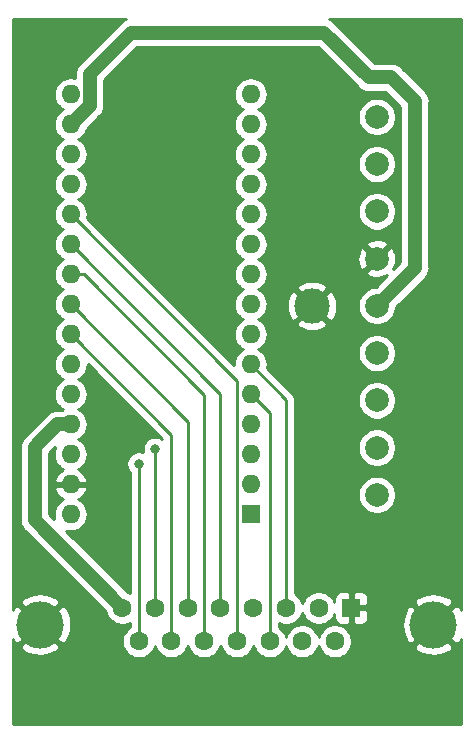
<source format=gbr>
G04 #@! TF.GenerationSoftware,KiCad,Pcbnew,(5.0.1-3-g963ef8bb5)*
G04 #@! TF.CreationDate,2019-12-09T16:28:53+01:00*
G04 #@! TF.ProjectId,Ps1 to Neogeo Adpator,50733120746F204E656F67656F204164,rev?*
G04 #@! TF.SameCoordinates,Original*
G04 #@! TF.FileFunction,Copper,L1,Top,Signal*
G04 #@! TF.FilePolarity,Positive*
%FSLAX46Y46*%
G04 Gerber Fmt 4.6, Leading zero omitted, Abs format (unit mm)*
G04 Created by KiCad (PCBNEW (5.0.1-3-g963ef8bb5)) date Lundi 09 décembre 2019 à 16:28:53*
%MOMM*%
%LPD*%
G01*
G04 APERTURE LIST*
G04 #@! TA.AperFunction,ComponentPad*
%ADD10R,1.600000X1.600000*%
G04 #@! TD*
G04 #@! TA.AperFunction,ComponentPad*
%ADD11O,1.600000X1.600000*%
G04 #@! TD*
G04 #@! TA.AperFunction,ComponentPad*
%ADD12C,1.600000*%
G04 #@! TD*
G04 #@! TA.AperFunction,ComponentPad*
%ADD13C,4.000000*%
G04 #@! TD*
G04 #@! TA.AperFunction,ComponentPad*
%ADD14C,2.000000*%
G04 #@! TD*
G04 #@! TA.AperFunction,ComponentPad*
%ADD15C,3.000000*%
G04 #@! TD*
G04 #@! TA.AperFunction,ViaPad*
%ADD16C,0.800000*%
G04 #@! TD*
G04 #@! TA.AperFunction,Conductor*
%ADD17C,1.200000*%
G04 #@! TD*
G04 #@! TA.AperFunction,Conductor*
%ADD18C,0.250000*%
G04 #@! TD*
G04 #@! TA.AperFunction,Conductor*
%ADD19C,0.254000*%
G04 #@! TD*
G04 APERTURE END LIST*
D10*
G04 #@! TO.P,A1,1*
G04 #@! TO.N,Net-(A1-Pad1)*
X131570000Y-107600000D03*
D11*
G04 #@! TO.P,A1,17*
G04 #@! TO.N,+3V3*
X116330000Y-74580000D03*
G04 #@! TO.P,A1,2*
G04 #@! TO.N,Net-(A1-Pad2)*
X131570000Y-105060000D03*
G04 #@! TO.P,A1,18*
G04 #@! TO.N,Net-(A1-Pad18)*
X116330000Y-77120000D03*
G04 #@! TO.P,A1,3*
G04 #@! TO.N,Net-(A1-Pad3)*
X131570000Y-102520000D03*
G04 #@! TO.P,A1,19*
G04 #@! TO.N,/PAD_D*
X116330000Y-79660000D03*
G04 #@! TO.P,A1,4*
G04 #@! TO.N,GND*
X131570000Y-99980000D03*
G04 #@! TO.P,A1,20*
G04 #@! TO.N,/PAD_C*
X116330000Y-82200000D03*
G04 #@! TO.P,A1,5*
G04 #@! TO.N,/START*
X131570000Y-97440000D03*
G04 #@! TO.P,A1,21*
G04 #@! TO.N,/PAD_B*
X116330000Y-84740000D03*
G04 #@! TO.P,A1,6*
G04 #@! TO.N,/SELECT*
X131570000Y-94900000D03*
G04 #@! TO.P,A1,22*
G04 #@! TO.N,/PAD_A*
X116330000Y-87280000D03*
G04 #@! TO.P,A1,7*
G04 #@! TO.N,/CLK*
X131570000Y-92360000D03*
G04 #@! TO.P,A1,23*
G04 #@! TO.N,/RIGHT*
X116330000Y-89820000D03*
G04 #@! TO.P,A1,8*
G04 #@! TO.N,/Att*
X131570000Y-89820000D03*
G04 #@! TO.P,A1,24*
G04 #@! TO.N,/LEFT*
X116330000Y-92360000D03*
G04 #@! TO.P,A1,9*
G04 #@! TO.N,/DOWN*
X131570000Y-87280000D03*
G04 #@! TO.P,A1,25*
G04 #@! TO.N,Net-(A1-Pad25)*
X116330000Y-94900000D03*
G04 #@! TO.P,A1,10*
G04 #@! TO.N,/UP*
X131570000Y-84740000D03*
G04 #@! TO.P,A1,26*
G04 #@! TO.N,Net-(A1-Pad26)*
X116330000Y-97440000D03*
G04 #@! TO.P,A1,11*
G04 #@! TO.N,Net-(A1-Pad11)*
X131570000Y-82200000D03*
G04 #@! TO.P,A1,27*
G04 #@! TO.N,+5V*
X116330000Y-99980000D03*
G04 #@! TO.P,A1,12*
G04 #@! TO.N,Net-(A1-Pad12)*
X131570000Y-79660000D03*
G04 #@! TO.P,A1,28*
G04 #@! TO.N,Net-(A1-Pad28)*
X116330000Y-102520000D03*
G04 #@! TO.P,A1,13*
G04 #@! TO.N,/Cmd*
X131570000Y-77120000D03*
G04 #@! TO.P,A1,29*
G04 #@! TO.N,GND*
X116330000Y-105060000D03*
G04 #@! TO.P,A1,14*
G04 #@! TO.N,Net-(A1-Pad14)*
X131570000Y-74580000D03*
G04 #@! TO.P,A1,30*
G04 #@! TO.N,Net-(A1-Pad30)*
X116330000Y-107600000D03*
G04 #@! TO.P,A1,15*
G04 #@! TO.N,/Data*
X131570000Y-72040000D03*
G04 #@! TO.P,A1,16*
G04 #@! TO.N,Net-(A1-Pad16)*
X116330000Y-72040000D03*
G04 #@! TD*
D10*
G04 #@! TO.P,J1,1*
G04 #@! TO.N,GND*
X140100000Y-115510000D03*
D12*
G04 #@! TO.P,J1,2*
G04 #@! TO.N,Net-(J1-Pad2)*
X137330000Y-115510000D03*
G04 #@! TO.P,J1,3*
G04 #@! TO.N,/SELECT*
X134560000Y-115510000D03*
G04 #@! TO.P,J1,4*
G04 #@! TO.N,/PAD_D*
X131790000Y-115510000D03*
G04 #@! TO.P,J1,5*
G04 #@! TO.N,/PAD_B*
X129020000Y-115510000D03*
G04 #@! TO.P,J1,6*
G04 #@! TO.N,/RIGHT*
X126250000Y-115510000D03*
G04 #@! TO.P,J1,7*
G04 #@! TO.N,/DOWN*
X123480000Y-115510000D03*
G04 #@! TO.P,J1,8*
G04 #@! TO.N,+5V*
X120710000Y-115510000D03*
G04 #@! TO.P,J1,9*
G04 #@! TO.N,Net-(J1-Pad9)*
X138715000Y-118350000D03*
G04 #@! TO.P,J1,10*
G04 #@! TO.N,Net-(J1-Pad10)*
X135945000Y-118350000D03*
G04 #@! TO.P,J1,11*
G04 #@! TO.N,/START*
X133175000Y-118350000D03*
G04 #@! TO.P,J1,12*
G04 #@! TO.N,/PAD_C*
X130405000Y-118350000D03*
G04 #@! TO.P,J1,13*
G04 #@! TO.N,/PAD_A*
X127635000Y-118350000D03*
G04 #@! TO.P,J1,14*
G04 #@! TO.N,/LEFT*
X124865000Y-118350000D03*
G04 #@! TO.P,J1,15*
G04 #@! TO.N,/UP*
X122095000Y-118350000D03*
D13*
G04 #@! TO.P,J1,0*
G04 #@! TO.N,GND*
X113755000Y-116930000D03*
X147055000Y-116930000D03*
G04 #@! TD*
D14*
G04 #@! TO.P,J2,4*
G04 #@! TO.N,GND*
X142260000Y-85940000D03*
G04 #@! TO.P,J2,3*
G04 #@! TO.N,Net-(J2-Pad3)*
X142260000Y-81940000D03*
G04 #@! TO.P,J2,2*
G04 #@! TO.N,/Cmd*
X142260000Y-77940000D03*
G04 #@! TO.P,J2,1*
G04 #@! TO.N,/Data*
X142260000Y-73940000D03*
G04 #@! TO.P,J2,9*
G04 #@! TO.N,Net-(J2-Pad9)*
X142260000Y-105940000D03*
G04 #@! TO.P,J2,8*
G04 #@! TO.N,Net-(J2-Pad8)*
X142260000Y-101940000D03*
G04 #@! TO.P,J2,7*
G04 #@! TO.N,/CLK*
X142260000Y-97940000D03*
G04 #@! TO.P,J2,6*
G04 #@! TO.N,/Att*
X142260000Y-93940000D03*
G04 #@! TO.P,J2,5*
G04 #@! TO.N,+3V3*
X142260000Y-89940000D03*
D15*
G04 #@! TO.P,J2,4*
G04 #@! TO.N,GND*
X136760000Y-89940000D03*
G04 #@! TD*
D16*
G04 #@! TO.N,/UP*
X122095000Y-103305000D03*
G04 #@! TO.N,/DOWN*
X123480000Y-102050000D03*
G04 #@! TD*
D17*
G04 #@! TO.N,+3V3*
X117930001Y-72979999D02*
X117930001Y-70329999D01*
X116330000Y-74580000D02*
X117930001Y-72979999D01*
X117930001Y-70329999D02*
X121460000Y-66800000D01*
X137784002Y-66800000D02*
X141574002Y-70590000D01*
X121460000Y-66800000D02*
X137784002Y-66800000D01*
X141574002Y-70590000D02*
X143480000Y-70590000D01*
X143480000Y-70590000D02*
X145480000Y-72590000D01*
X145480000Y-86720000D02*
X142260000Y-89940000D01*
X145480000Y-72590000D02*
X145480000Y-86720000D01*
D18*
G04 #@! TO.N,/UP*
X122095000Y-103205000D02*
X122095000Y-103305000D01*
X122095000Y-103305000D02*
X122095000Y-118350000D01*
G04 #@! TO.N,/DOWN*
X123480000Y-102050000D02*
X123480000Y-115510000D01*
G04 #@! TO.N,/PAD_A*
X127635000Y-117218630D02*
X127635000Y-118350000D01*
X127635000Y-97453630D02*
X127635000Y-117218630D01*
X117461370Y-87280000D02*
X127635000Y-97453630D01*
X116330000Y-87280000D02*
X117461370Y-87280000D01*
G04 #@! TO.N,/LEFT*
X124865000Y-100895000D02*
X124865000Y-118350000D01*
X116330000Y-92360000D02*
X124865000Y-100895000D01*
G04 #@! TO.N,/PAD_B*
X129020000Y-97430000D02*
X129020000Y-115510000D01*
X116330000Y-84740000D02*
X129020000Y-97430000D01*
G04 #@! TO.N,/RIGHT*
X126250000Y-99740000D02*
X126250000Y-115510000D01*
X116330000Y-89820000D02*
X126250000Y-99740000D01*
G04 #@! TO.N,/PAD_C*
X130405000Y-96275000D02*
X130405000Y-118350000D01*
X116330000Y-82200000D02*
X130405000Y-96275000D01*
G04 #@! TO.N,/START*
X133175000Y-99045000D02*
X133175000Y-118350000D01*
X131570000Y-97440000D02*
X133175000Y-99045000D01*
G04 #@! TO.N,/SELECT*
X134560000Y-97890000D02*
X134560000Y-115510000D01*
X131570000Y-94900000D02*
X134560000Y-97890000D01*
D17*
G04 #@! TO.N,+5V*
X115198630Y-99980000D02*
X113290000Y-101888630D01*
X116330000Y-99980000D02*
X115198630Y-99980000D01*
X113290000Y-108090000D02*
X120710000Y-115510000D01*
X113290000Y-101888630D02*
X113290000Y-108090000D01*
G04 #@! TD*
D19*
G04 #@! TO.N,GND*
G36*
X120985099Y-65653489D02*
X120770551Y-65768167D01*
X120582498Y-65922498D01*
X120543826Y-65969620D01*
X117099622Y-69413825D01*
X117052500Y-69452497D01*
X116898169Y-69640550D01*
X116783491Y-69855098D01*
X116783490Y-69855100D01*
X116712871Y-70087897D01*
X116689026Y-70329999D01*
X116695002Y-70390674D01*
X116695002Y-70651152D01*
X116611309Y-70625764D01*
X116400492Y-70605000D01*
X116259508Y-70605000D01*
X116048691Y-70625764D01*
X115778192Y-70707818D01*
X115528899Y-70841068D01*
X115310392Y-71020392D01*
X115131068Y-71238899D01*
X114997818Y-71488192D01*
X114915764Y-71758691D01*
X114888057Y-72040000D01*
X114915764Y-72321309D01*
X114997818Y-72591808D01*
X115131068Y-72841101D01*
X115310392Y-73059608D01*
X115528899Y-73238932D01*
X115661858Y-73310000D01*
X115528899Y-73381068D01*
X115310392Y-73560392D01*
X115131068Y-73778899D01*
X114997818Y-74028192D01*
X114915764Y-74298691D01*
X114888057Y-74580000D01*
X114915764Y-74861309D01*
X114997818Y-75131808D01*
X115131068Y-75381101D01*
X115310392Y-75599608D01*
X115528899Y-75778932D01*
X115661858Y-75850000D01*
X115528899Y-75921068D01*
X115310392Y-76100392D01*
X115131068Y-76318899D01*
X114997818Y-76568192D01*
X114915764Y-76838691D01*
X114888057Y-77120000D01*
X114915764Y-77401309D01*
X114997818Y-77671808D01*
X115131068Y-77921101D01*
X115310392Y-78139608D01*
X115528899Y-78318932D01*
X115661858Y-78390000D01*
X115528899Y-78461068D01*
X115310392Y-78640392D01*
X115131068Y-78858899D01*
X114997818Y-79108192D01*
X114915764Y-79378691D01*
X114888057Y-79660000D01*
X114915764Y-79941309D01*
X114997818Y-80211808D01*
X115131068Y-80461101D01*
X115310392Y-80679608D01*
X115528899Y-80858932D01*
X115661858Y-80930000D01*
X115528899Y-81001068D01*
X115310392Y-81180392D01*
X115131068Y-81398899D01*
X114997818Y-81648192D01*
X114915764Y-81918691D01*
X114888057Y-82200000D01*
X114915764Y-82481309D01*
X114997818Y-82751808D01*
X115131068Y-83001101D01*
X115310392Y-83219608D01*
X115528899Y-83398932D01*
X115661858Y-83470000D01*
X115528899Y-83541068D01*
X115310392Y-83720392D01*
X115131068Y-83938899D01*
X114997818Y-84188192D01*
X114915764Y-84458691D01*
X114888057Y-84740000D01*
X114915764Y-85021309D01*
X114997818Y-85291808D01*
X115131068Y-85541101D01*
X115310392Y-85759608D01*
X115528899Y-85938932D01*
X115661858Y-86010000D01*
X115528899Y-86081068D01*
X115310392Y-86260392D01*
X115131068Y-86478899D01*
X114997818Y-86728192D01*
X114915764Y-86998691D01*
X114888057Y-87280000D01*
X114915764Y-87561309D01*
X114997818Y-87831808D01*
X115131068Y-88081101D01*
X115310392Y-88299608D01*
X115528899Y-88478932D01*
X115661858Y-88550000D01*
X115528899Y-88621068D01*
X115310392Y-88800392D01*
X115131068Y-89018899D01*
X114997818Y-89268192D01*
X114915764Y-89538691D01*
X114888057Y-89820000D01*
X114915764Y-90101309D01*
X114997818Y-90371808D01*
X115131068Y-90621101D01*
X115310392Y-90839608D01*
X115528899Y-91018932D01*
X115661858Y-91090000D01*
X115528899Y-91161068D01*
X115310392Y-91340392D01*
X115131068Y-91558899D01*
X114997818Y-91808192D01*
X114915764Y-92078691D01*
X114888057Y-92360000D01*
X114915764Y-92641309D01*
X114997818Y-92911808D01*
X115131068Y-93161101D01*
X115310392Y-93379608D01*
X115528899Y-93558932D01*
X115661858Y-93630000D01*
X115528899Y-93701068D01*
X115310392Y-93880392D01*
X115131068Y-94098899D01*
X114997818Y-94348192D01*
X114915764Y-94618691D01*
X114888057Y-94900000D01*
X114915764Y-95181309D01*
X114997818Y-95451808D01*
X115131068Y-95701101D01*
X115310392Y-95919608D01*
X115528899Y-96098932D01*
X115661858Y-96170000D01*
X115528899Y-96241068D01*
X115310392Y-96420392D01*
X115131068Y-96638899D01*
X114997818Y-96888192D01*
X114915764Y-97158691D01*
X114888057Y-97440000D01*
X114915764Y-97721309D01*
X114997818Y-97991808D01*
X115131068Y-98241101D01*
X115310392Y-98459608D01*
X115528899Y-98638932D01*
X115661858Y-98710000D01*
X115596377Y-98745000D01*
X115259284Y-98745000D01*
X115198629Y-98739026D01*
X115137974Y-98745000D01*
X115137965Y-98745000D01*
X114956528Y-98762870D01*
X114723729Y-98833489D01*
X114509181Y-98948167D01*
X114321128Y-99102498D01*
X114282456Y-99149620D01*
X112459625Y-100972452D01*
X112412498Y-101011128D01*
X112258167Y-101199182D01*
X112143489Y-101413730D01*
X112117200Y-101500392D01*
X112072870Y-101646528D01*
X112049025Y-101888630D01*
X112055000Y-101949295D01*
X112055001Y-108029325D01*
X112049025Y-108090000D01*
X112072870Y-108332102D01*
X112143489Y-108564899D01*
X112143490Y-108564901D01*
X112258168Y-108779449D01*
X112412499Y-108967502D01*
X112459621Y-109006174D01*
X119317266Y-115863819D01*
X119330147Y-115928574D01*
X119438320Y-116189727D01*
X119595363Y-116424759D01*
X119795241Y-116624637D01*
X120030273Y-116781680D01*
X120291426Y-116889853D01*
X120568665Y-116945000D01*
X120851335Y-116945000D01*
X121128574Y-116889853D01*
X121335001Y-116804348D01*
X121335001Y-117131956D01*
X121180241Y-117235363D01*
X120980363Y-117435241D01*
X120823320Y-117670273D01*
X120715147Y-117931426D01*
X120660000Y-118208665D01*
X120660000Y-118491335D01*
X120715147Y-118768574D01*
X120823320Y-119029727D01*
X120980363Y-119264759D01*
X121180241Y-119464637D01*
X121415273Y-119621680D01*
X121676426Y-119729853D01*
X121953665Y-119785000D01*
X122236335Y-119785000D01*
X122513574Y-119729853D01*
X122774727Y-119621680D01*
X123009759Y-119464637D01*
X123209637Y-119264759D01*
X123366680Y-119029727D01*
X123474853Y-118768574D01*
X123480000Y-118742699D01*
X123485147Y-118768574D01*
X123593320Y-119029727D01*
X123750363Y-119264759D01*
X123950241Y-119464637D01*
X124185273Y-119621680D01*
X124446426Y-119729853D01*
X124723665Y-119785000D01*
X125006335Y-119785000D01*
X125283574Y-119729853D01*
X125544727Y-119621680D01*
X125779759Y-119464637D01*
X125979637Y-119264759D01*
X126136680Y-119029727D01*
X126244853Y-118768574D01*
X126250000Y-118742699D01*
X126255147Y-118768574D01*
X126363320Y-119029727D01*
X126520363Y-119264759D01*
X126720241Y-119464637D01*
X126955273Y-119621680D01*
X127216426Y-119729853D01*
X127493665Y-119785000D01*
X127776335Y-119785000D01*
X128053574Y-119729853D01*
X128314727Y-119621680D01*
X128549759Y-119464637D01*
X128749637Y-119264759D01*
X128906680Y-119029727D01*
X129014853Y-118768574D01*
X129020000Y-118742699D01*
X129025147Y-118768574D01*
X129133320Y-119029727D01*
X129290363Y-119264759D01*
X129490241Y-119464637D01*
X129725273Y-119621680D01*
X129986426Y-119729853D01*
X130263665Y-119785000D01*
X130546335Y-119785000D01*
X130823574Y-119729853D01*
X131084727Y-119621680D01*
X131319759Y-119464637D01*
X131519637Y-119264759D01*
X131676680Y-119029727D01*
X131784853Y-118768574D01*
X131790000Y-118742699D01*
X131795147Y-118768574D01*
X131903320Y-119029727D01*
X132060363Y-119264759D01*
X132260241Y-119464637D01*
X132495273Y-119621680D01*
X132756426Y-119729853D01*
X133033665Y-119785000D01*
X133316335Y-119785000D01*
X133593574Y-119729853D01*
X133854727Y-119621680D01*
X134089759Y-119464637D01*
X134289637Y-119264759D01*
X134446680Y-119029727D01*
X134554853Y-118768574D01*
X134560000Y-118742699D01*
X134565147Y-118768574D01*
X134673320Y-119029727D01*
X134830363Y-119264759D01*
X135030241Y-119464637D01*
X135265273Y-119621680D01*
X135526426Y-119729853D01*
X135803665Y-119785000D01*
X136086335Y-119785000D01*
X136363574Y-119729853D01*
X136624727Y-119621680D01*
X136859759Y-119464637D01*
X137059637Y-119264759D01*
X137216680Y-119029727D01*
X137324853Y-118768574D01*
X137330000Y-118742699D01*
X137335147Y-118768574D01*
X137443320Y-119029727D01*
X137600363Y-119264759D01*
X137800241Y-119464637D01*
X138035273Y-119621680D01*
X138296426Y-119729853D01*
X138573665Y-119785000D01*
X138856335Y-119785000D01*
X139133574Y-119729853D01*
X139394727Y-119621680D01*
X139629759Y-119464637D01*
X139829637Y-119264759D01*
X139986680Y-119029727D01*
X140091156Y-118777499D01*
X145387106Y-118777499D01*
X145603228Y-119144258D01*
X146063105Y-119384938D01*
X146561098Y-119531275D01*
X147078071Y-119577648D01*
X147594159Y-119522273D01*
X148089526Y-119367279D01*
X148506772Y-119144258D01*
X148722894Y-118777499D01*
X147055000Y-117109605D01*
X145387106Y-118777499D01*
X140091156Y-118777499D01*
X140094853Y-118768574D01*
X140150000Y-118491335D01*
X140150000Y-118208665D01*
X140094853Y-117931426D01*
X139986680Y-117670273D01*
X139829637Y-117435241D01*
X139629759Y-117235363D01*
X139394727Y-117078320D01*
X139133574Y-116970147D01*
X139047729Y-116953071D01*
X144407352Y-116953071D01*
X144462727Y-117469159D01*
X144617721Y-117964526D01*
X144840742Y-118381772D01*
X145207501Y-118597894D01*
X146875395Y-116930000D01*
X145207501Y-115262106D01*
X144840742Y-115478228D01*
X144600062Y-115938105D01*
X144453725Y-116436098D01*
X144407352Y-116953071D01*
X139047729Y-116953071D01*
X138856335Y-116915000D01*
X138573665Y-116915000D01*
X138296426Y-116970147D01*
X138035273Y-117078320D01*
X137800241Y-117235363D01*
X137600363Y-117435241D01*
X137443320Y-117670273D01*
X137335147Y-117931426D01*
X137330000Y-117957301D01*
X137324853Y-117931426D01*
X137216680Y-117670273D01*
X137059637Y-117435241D01*
X136859759Y-117235363D01*
X136624727Y-117078320D01*
X136363574Y-116970147D01*
X136086335Y-116915000D01*
X135803665Y-116915000D01*
X135526426Y-116970147D01*
X135265273Y-117078320D01*
X135030241Y-117235363D01*
X134830363Y-117435241D01*
X134673320Y-117670273D01*
X134565147Y-117931426D01*
X134560000Y-117957301D01*
X134554853Y-117931426D01*
X134446680Y-117670273D01*
X134289637Y-117435241D01*
X134089759Y-117235363D01*
X133935000Y-117131957D01*
X133935000Y-116804349D01*
X134141426Y-116889853D01*
X134418665Y-116945000D01*
X134701335Y-116945000D01*
X134978574Y-116889853D01*
X135239727Y-116781680D01*
X135474759Y-116624637D01*
X135674637Y-116424759D01*
X135831680Y-116189727D01*
X135939853Y-115928574D01*
X135945000Y-115902699D01*
X135950147Y-115928574D01*
X136058320Y-116189727D01*
X136215363Y-116424759D01*
X136415241Y-116624637D01*
X136650273Y-116781680D01*
X136911426Y-116889853D01*
X137188665Y-116945000D01*
X137471335Y-116945000D01*
X137748574Y-116889853D01*
X138009727Y-116781680D01*
X138244759Y-116624637D01*
X138444637Y-116424759D01*
X138601680Y-116189727D01*
X138665000Y-116036859D01*
X138665000Y-116372542D01*
X138689403Y-116495223D01*
X138737270Y-116610785D01*
X138806763Y-116714789D01*
X138895211Y-116803237D01*
X138999215Y-116872730D01*
X139114777Y-116920597D01*
X139237458Y-116945000D01*
X139814250Y-116945000D01*
X139973000Y-116786250D01*
X139973000Y-115637000D01*
X140227000Y-115637000D01*
X140227000Y-116786250D01*
X140385750Y-116945000D01*
X140962542Y-116945000D01*
X141085223Y-116920597D01*
X141200785Y-116872730D01*
X141304789Y-116803237D01*
X141393237Y-116714789D01*
X141462730Y-116610785D01*
X141510597Y-116495223D01*
X141535000Y-116372542D01*
X141535000Y-115795750D01*
X141376250Y-115637000D01*
X140227000Y-115637000D01*
X139973000Y-115637000D01*
X139953000Y-115637000D01*
X139953000Y-115383000D01*
X139973000Y-115383000D01*
X139973000Y-114233750D01*
X140227000Y-114233750D01*
X140227000Y-115383000D01*
X141376250Y-115383000D01*
X141535000Y-115224250D01*
X141535000Y-115082501D01*
X145387106Y-115082501D01*
X147055000Y-116750395D01*
X148722894Y-115082501D01*
X148506772Y-114715742D01*
X148046895Y-114475062D01*
X147548902Y-114328725D01*
X147031929Y-114282352D01*
X146515841Y-114337727D01*
X146020474Y-114492721D01*
X145603228Y-114715742D01*
X145387106Y-115082501D01*
X141535000Y-115082501D01*
X141535000Y-114647458D01*
X141510597Y-114524777D01*
X141462730Y-114409215D01*
X141393237Y-114305211D01*
X141304789Y-114216763D01*
X141200785Y-114147270D01*
X141085223Y-114099403D01*
X140962542Y-114075000D01*
X140385750Y-114075000D01*
X140227000Y-114233750D01*
X139973000Y-114233750D01*
X139814250Y-114075000D01*
X139237458Y-114075000D01*
X139114777Y-114099403D01*
X138999215Y-114147270D01*
X138895211Y-114216763D01*
X138806763Y-114305211D01*
X138737270Y-114409215D01*
X138689403Y-114524777D01*
X138665000Y-114647458D01*
X138665000Y-114983141D01*
X138601680Y-114830273D01*
X138444637Y-114595241D01*
X138244759Y-114395363D01*
X138009727Y-114238320D01*
X137748574Y-114130147D01*
X137471335Y-114075000D01*
X137188665Y-114075000D01*
X136911426Y-114130147D01*
X136650273Y-114238320D01*
X136415241Y-114395363D01*
X136215363Y-114595241D01*
X136058320Y-114830273D01*
X135950147Y-115091426D01*
X135945000Y-115117301D01*
X135939853Y-115091426D01*
X135831680Y-114830273D01*
X135674637Y-114595241D01*
X135474759Y-114395363D01*
X135320000Y-114291957D01*
X135320000Y-105778967D01*
X140625000Y-105778967D01*
X140625000Y-106101033D01*
X140687832Y-106416912D01*
X140811082Y-106714463D01*
X140990013Y-106982252D01*
X141217748Y-107209987D01*
X141485537Y-107388918D01*
X141783088Y-107512168D01*
X142098967Y-107575000D01*
X142421033Y-107575000D01*
X142736912Y-107512168D01*
X143034463Y-107388918D01*
X143302252Y-107209987D01*
X143529987Y-106982252D01*
X143708918Y-106714463D01*
X143832168Y-106416912D01*
X143895000Y-106101033D01*
X143895000Y-105778967D01*
X143832168Y-105463088D01*
X143708918Y-105165537D01*
X143529987Y-104897748D01*
X143302252Y-104670013D01*
X143034463Y-104491082D01*
X142736912Y-104367832D01*
X142421033Y-104305000D01*
X142098967Y-104305000D01*
X141783088Y-104367832D01*
X141485537Y-104491082D01*
X141217748Y-104670013D01*
X140990013Y-104897748D01*
X140811082Y-105165537D01*
X140687832Y-105463088D01*
X140625000Y-105778967D01*
X135320000Y-105778967D01*
X135320000Y-101778967D01*
X140625000Y-101778967D01*
X140625000Y-102101033D01*
X140687832Y-102416912D01*
X140811082Y-102714463D01*
X140990013Y-102982252D01*
X141217748Y-103209987D01*
X141485537Y-103388918D01*
X141783088Y-103512168D01*
X142098967Y-103575000D01*
X142421033Y-103575000D01*
X142736912Y-103512168D01*
X143034463Y-103388918D01*
X143302252Y-103209987D01*
X143529987Y-102982252D01*
X143708918Y-102714463D01*
X143832168Y-102416912D01*
X143895000Y-102101033D01*
X143895000Y-101778967D01*
X143832168Y-101463088D01*
X143708918Y-101165537D01*
X143529987Y-100897748D01*
X143302252Y-100670013D01*
X143034463Y-100491082D01*
X142736912Y-100367832D01*
X142421033Y-100305000D01*
X142098967Y-100305000D01*
X141783088Y-100367832D01*
X141485537Y-100491082D01*
X141217748Y-100670013D01*
X140990013Y-100897748D01*
X140811082Y-101165537D01*
X140687832Y-101463088D01*
X140625000Y-101778967D01*
X135320000Y-101778967D01*
X135320000Y-97927333D01*
X135323677Y-97890000D01*
X135312742Y-97778967D01*
X140625000Y-97778967D01*
X140625000Y-98101033D01*
X140687832Y-98416912D01*
X140811082Y-98714463D01*
X140990013Y-98982252D01*
X141217748Y-99209987D01*
X141485537Y-99388918D01*
X141783088Y-99512168D01*
X142098967Y-99575000D01*
X142421033Y-99575000D01*
X142736912Y-99512168D01*
X143034463Y-99388918D01*
X143302252Y-99209987D01*
X143529987Y-98982252D01*
X143708918Y-98714463D01*
X143832168Y-98416912D01*
X143895000Y-98101033D01*
X143895000Y-97778967D01*
X143832168Y-97463088D01*
X143708918Y-97165537D01*
X143529987Y-96897748D01*
X143302252Y-96670013D01*
X143034463Y-96491082D01*
X142736912Y-96367832D01*
X142421033Y-96305000D01*
X142098967Y-96305000D01*
X141783088Y-96367832D01*
X141485537Y-96491082D01*
X141217748Y-96670013D01*
X140990013Y-96897748D01*
X140811082Y-97165537D01*
X140687832Y-97463088D01*
X140625000Y-97778967D01*
X135312742Y-97778967D01*
X135309003Y-97741014D01*
X135265546Y-97597753D01*
X135194974Y-97465724D01*
X135154410Y-97416297D01*
X135100001Y-97349999D01*
X135071004Y-97326202D01*
X132970708Y-95225906D01*
X132984236Y-95181309D01*
X133011943Y-94900000D01*
X132984236Y-94618691D01*
X132902182Y-94348192D01*
X132768932Y-94098899D01*
X132589608Y-93880392D01*
X132466022Y-93778967D01*
X140625000Y-93778967D01*
X140625000Y-94101033D01*
X140687832Y-94416912D01*
X140811082Y-94714463D01*
X140990013Y-94982252D01*
X141217748Y-95209987D01*
X141485537Y-95388918D01*
X141783088Y-95512168D01*
X142098967Y-95575000D01*
X142421033Y-95575000D01*
X142736912Y-95512168D01*
X143034463Y-95388918D01*
X143302252Y-95209987D01*
X143529987Y-94982252D01*
X143708918Y-94714463D01*
X143832168Y-94416912D01*
X143895000Y-94101033D01*
X143895000Y-93778967D01*
X143832168Y-93463088D01*
X143708918Y-93165537D01*
X143529987Y-92897748D01*
X143302252Y-92670013D01*
X143034463Y-92491082D01*
X142736912Y-92367832D01*
X142421033Y-92305000D01*
X142098967Y-92305000D01*
X141783088Y-92367832D01*
X141485537Y-92491082D01*
X141217748Y-92670013D01*
X140990013Y-92897748D01*
X140811082Y-93165537D01*
X140687832Y-93463088D01*
X140625000Y-93778967D01*
X132466022Y-93778967D01*
X132371101Y-93701068D01*
X132238142Y-93630000D01*
X132371101Y-93558932D01*
X132589608Y-93379608D01*
X132768932Y-93161101D01*
X132902182Y-92911808D01*
X132984236Y-92641309D01*
X133011943Y-92360000D01*
X132984236Y-92078691D01*
X132902182Y-91808192D01*
X132768932Y-91558899D01*
X132664504Y-91431653D01*
X135447952Y-91431653D01*
X135603962Y-91747214D01*
X135978745Y-91938020D01*
X136383551Y-92052044D01*
X136802824Y-92084902D01*
X137220451Y-92035334D01*
X137620383Y-91905243D01*
X137916038Y-91747214D01*
X138072048Y-91431653D01*
X136760000Y-90119605D01*
X135447952Y-91431653D01*
X132664504Y-91431653D01*
X132589608Y-91340392D01*
X132371101Y-91161068D01*
X132238142Y-91090000D01*
X132371101Y-91018932D01*
X132589608Y-90839608D01*
X132768932Y-90621101D01*
X132902182Y-90371808D01*
X132984236Y-90101309D01*
X132995905Y-89982824D01*
X134615098Y-89982824D01*
X134664666Y-90400451D01*
X134794757Y-90800383D01*
X134952786Y-91096038D01*
X135268347Y-91252048D01*
X136580395Y-89940000D01*
X136939605Y-89940000D01*
X138251653Y-91252048D01*
X138567214Y-91096038D01*
X138758020Y-90721255D01*
X138872044Y-90316449D01*
X138904902Y-89897176D01*
X138855334Y-89479549D01*
X138725243Y-89079617D01*
X138567214Y-88783962D01*
X138251653Y-88627952D01*
X136939605Y-89940000D01*
X136580395Y-89940000D01*
X135268347Y-88627952D01*
X134952786Y-88783962D01*
X134761980Y-89158745D01*
X134647956Y-89563551D01*
X134615098Y-89982824D01*
X132995905Y-89982824D01*
X133011943Y-89820000D01*
X132984236Y-89538691D01*
X132902182Y-89268192D01*
X132768932Y-89018899D01*
X132589608Y-88800392D01*
X132371101Y-88621068D01*
X132238142Y-88550000D01*
X132371101Y-88478932D01*
X132408368Y-88448347D01*
X135447952Y-88448347D01*
X136760000Y-89760395D01*
X138072048Y-88448347D01*
X137916038Y-88132786D01*
X137541255Y-87941980D01*
X137136449Y-87827956D01*
X136717176Y-87795098D01*
X136299549Y-87844666D01*
X135899617Y-87974757D01*
X135603962Y-88132786D01*
X135447952Y-88448347D01*
X132408368Y-88448347D01*
X132589608Y-88299608D01*
X132768932Y-88081101D01*
X132902182Y-87831808D01*
X132984236Y-87561309D01*
X133011943Y-87280000D01*
X132984236Y-86998691D01*
X132902182Y-86728192D01*
X132768932Y-86478899D01*
X132589608Y-86260392D01*
X132371101Y-86081068D01*
X132238142Y-86010000D01*
X132251995Y-86002595D01*
X140618282Y-86002595D01*
X140662039Y-86321675D01*
X140767205Y-86626088D01*
X140860186Y-86800044D01*
X141124587Y-86895808D01*
X142080395Y-85940000D01*
X141124587Y-84984192D01*
X140860186Y-85079956D01*
X140719296Y-85369571D01*
X140637616Y-85681108D01*
X140618282Y-86002595D01*
X132251995Y-86002595D01*
X132371101Y-85938932D01*
X132589608Y-85759608D01*
X132768932Y-85541101D01*
X132902182Y-85291808D01*
X132984236Y-85021309D01*
X133005581Y-84804587D01*
X141304192Y-84804587D01*
X142260000Y-85760395D01*
X143215808Y-84804587D01*
X143120044Y-84540186D01*
X142830429Y-84399296D01*
X142518892Y-84317616D01*
X142197405Y-84298282D01*
X141878325Y-84342039D01*
X141573912Y-84447205D01*
X141399956Y-84540186D01*
X141304192Y-84804587D01*
X133005581Y-84804587D01*
X133011943Y-84740000D01*
X132984236Y-84458691D01*
X132902182Y-84188192D01*
X132768932Y-83938899D01*
X132589608Y-83720392D01*
X132371101Y-83541068D01*
X132238142Y-83470000D01*
X132371101Y-83398932D01*
X132589608Y-83219608D01*
X132768932Y-83001101D01*
X132902182Y-82751808D01*
X132984236Y-82481309D01*
X133011943Y-82200000D01*
X132984236Y-81918691D01*
X132941852Y-81778967D01*
X140625000Y-81778967D01*
X140625000Y-82101033D01*
X140687832Y-82416912D01*
X140811082Y-82714463D01*
X140990013Y-82982252D01*
X141217748Y-83209987D01*
X141485537Y-83388918D01*
X141783088Y-83512168D01*
X142098967Y-83575000D01*
X142421033Y-83575000D01*
X142736912Y-83512168D01*
X143034463Y-83388918D01*
X143302252Y-83209987D01*
X143529987Y-82982252D01*
X143708918Y-82714463D01*
X143832168Y-82416912D01*
X143895000Y-82101033D01*
X143895000Y-81778967D01*
X143832168Y-81463088D01*
X143708918Y-81165537D01*
X143529987Y-80897748D01*
X143302252Y-80670013D01*
X143034463Y-80491082D01*
X142736912Y-80367832D01*
X142421033Y-80305000D01*
X142098967Y-80305000D01*
X141783088Y-80367832D01*
X141485537Y-80491082D01*
X141217748Y-80670013D01*
X140990013Y-80897748D01*
X140811082Y-81165537D01*
X140687832Y-81463088D01*
X140625000Y-81778967D01*
X132941852Y-81778967D01*
X132902182Y-81648192D01*
X132768932Y-81398899D01*
X132589608Y-81180392D01*
X132371101Y-81001068D01*
X132238142Y-80930000D01*
X132371101Y-80858932D01*
X132589608Y-80679608D01*
X132768932Y-80461101D01*
X132902182Y-80211808D01*
X132984236Y-79941309D01*
X133011943Y-79660000D01*
X132984236Y-79378691D01*
X132902182Y-79108192D01*
X132768932Y-78858899D01*
X132589608Y-78640392D01*
X132371101Y-78461068D01*
X132238142Y-78390000D01*
X132371101Y-78318932D01*
X132589608Y-78139608D01*
X132768932Y-77921101D01*
X132844904Y-77778967D01*
X140625000Y-77778967D01*
X140625000Y-78101033D01*
X140687832Y-78416912D01*
X140811082Y-78714463D01*
X140990013Y-78982252D01*
X141217748Y-79209987D01*
X141485537Y-79388918D01*
X141783088Y-79512168D01*
X142098967Y-79575000D01*
X142421033Y-79575000D01*
X142736912Y-79512168D01*
X143034463Y-79388918D01*
X143302252Y-79209987D01*
X143529987Y-78982252D01*
X143708918Y-78714463D01*
X143832168Y-78416912D01*
X143895000Y-78101033D01*
X143895000Y-77778967D01*
X143832168Y-77463088D01*
X143708918Y-77165537D01*
X143529987Y-76897748D01*
X143302252Y-76670013D01*
X143034463Y-76491082D01*
X142736912Y-76367832D01*
X142421033Y-76305000D01*
X142098967Y-76305000D01*
X141783088Y-76367832D01*
X141485537Y-76491082D01*
X141217748Y-76670013D01*
X140990013Y-76897748D01*
X140811082Y-77165537D01*
X140687832Y-77463088D01*
X140625000Y-77778967D01*
X132844904Y-77778967D01*
X132902182Y-77671808D01*
X132984236Y-77401309D01*
X133011943Y-77120000D01*
X132984236Y-76838691D01*
X132902182Y-76568192D01*
X132768932Y-76318899D01*
X132589608Y-76100392D01*
X132371101Y-75921068D01*
X132238142Y-75850000D01*
X132371101Y-75778932D01*
X132589608Y-75599608D01*
X132768932Y-75381101D01*
X132902182Y-75131808D01*
X132984236Y-74861309D01*
X133011943Y-74580000D01*
X132984236Y-74298691D01*
X132902182Y-74028192D01*
X132768969Y-73778967D01*
X140625000Y-73778967D01*
X140625000Y-74101033D01*
X140687832Y-74416912D01*
X140811082Y-74714463D01*
X140990013Y-74982252D01*
X141217748Y-75209987D01*
X141485537Y-75388918D01*
X141783088Y-75512168D01*
X142098967Y-75575000D01*
X142421033Y-75575000D01*
X142736912Y-75512168D01*
X143034463Y-75388918D01*
X143302252Y-75209987D01*
X143529987Y-74982252D01*
X143708918Y-74714463D01*
X143832168Y-74416912D01*
X143895000Y-74101033D01*
X143895000Y-73778967D01*
X143832168Y-73463088D01*
X143708918Y-73165537D01*
X143529987Y-72897748D01*
X143302252Y-72670013D01*
X143034463Y-72491082D01*
X142736912Y-72367832D01*
X142421033Y-72305000D01*
X142098967Y-72305000D01*
X141783088Y-72367832D01*
X141485537Y-72491082D01*
X141217748Y-72670013D01*
X140990013Y-72897748D01*
X140811082Y-73165537D01*
X140687832Y-73463088D01*
X140625000Y-73778967D01*
X132768969Y-73778967D01*
X132768932Y-73778899D01*
X132589608Y-73560392D01*
X132371101Y-73381068D01*
X132238142Y-73310000D01*
X132371101Y-73238932D01*
X132589608Y-73059608D01*
X132768932Y-72841101D01*
X132902182Y-72591808D01*
X132984236Y-72321309D01*
X133011943Y-72040000D01*
X132984236Y-71758691D01*
X132902182Y-71488192D01*
X132768932Y-71238899D01*
X132589608Y-71020392D01*
X132371101Y-70841068D01*
X132121808Y-70707818D01*
X131851309Y-70625764D01*
X131640492Y-70605000D01*
X131499508Y-70605000D01*
X131288691Y-70625764D01*
X131018192Y-70707818D01*
X130768899Y-70841068D01*
X130550392Y-71020392D01*
X130371068Y-71238899D01*
X130237818Y-71488192D01*
X130155764Y-71758691D01*
X130128057Y-72040000D01*
X130155764Y-72321309D01*
X130237818Y-72591808D01*
X130371068Y-72841101D01*
X130550392Y-73059608D01*
X130768899Y-73238932D01*
X130901858Y-73310000D01*
X130768899Y-73381068D01*
X130550392Y-73560392D01*
X130371068Y-73778899D01*
X130237818Y-74028192D01*
X130155764Y-74298691D01*
X130128057Y-74580000D01*
X130155764Y-74861309D01*
X130237818Y-75131808D01*
X130371068Y-75381101D01*
X130550392Y-75599608D01*
X130768899Y-75778932D01*
X130901858Y-75850000D01*
X130768899Y-75921068D01*
X130550392Y-76100392D01*
X130371068Y-76318899D01*
X130237818Y-76568192D01*
X130155764Y-76838691D01*
X130128057Y-77120000D01*
X130155764Y-77401309D01*
X130237818Y-77671808D01*
X130371068Y-77921101D01*
X130550392Y-78139608D01*
X130768899Y-78318932D01*
X130901858Y-78390000D01*
X130768899Y-78461068D01*
X130550392Y-78640392D01*
X130371068Y-78858899D01*
X130237818Y-79108192D01*
X130155764Y-79378691D01*
X130128057Y-79660000D01*
X130155764Y-79941309D01*
X130237818Y-80211808D01*
X130371068Y-80461101D01*
X130550392Y-80679608D01*
X130768899Y-80858932D01*
X130901858Y-80930000D01*
X130768899Y-81001068D01*
X130550392Y-81180392D01*
X130371068Y-81398899D01*
X130237818Y-81648192D01*
X130155764Y-81918691D01*
X130128057Y-82200000D01*
X130155764Y-82481309D01*
X130237818Y-82751808D01*
X130371068Y-83001101D01*
X130550392Y-83219608D01*
X130768899Y-83398932D01*
X130901858Y-83470000D01*
X130768899Y-83541068D01*
X130550392Y-83720392D01*
X130371068Y-83938899D01*
X130237818Y-84188192D01*
X130155764Y-84458691D01*
X130128057Y-84740000D01*
X130155764Y-85021309D01*
X130237818Y-85291808D01*
X130371068Y-85541101D01*
X130550392Y-85759608D01*
X130768899Y-85938932D01*
X130901858Y-86010000D01*
X130768899Y-86081068D01*
X130550392Y-86260392D01*
X130371068Y-86478899D01*
X130237818Y-86728192D01*
X130155764Y-86998691D01*
X130128057Y-87280000D01*
X130155764Y-87561309D01*
X130237818Y-87831808D01*
X130371068Y-88081101D01*
X130550392Y-88299608D01*
X130768899Y-88478932D01*
X130901858Y-88550000D01*
X130768899Y-88621068D01*
X130550392Y-88800392D01*
X130371068Y-89018899D01*
X130237818Y-89268192D01*
X130155764Y-89538691D01*
X130128057Y-89820000D01*
X130155764Y-90101309D01*
X130237818Y-90371808D01*
X130371068Y-90621101D01*
X130550392Y-90839608D01*
X130768899Y-91018932D01*
X130901858Y-91090000D01*
X130768899Y-91161068D01*
X130550392Y-91340392D01*
X130371068Y-91558899D01*
X130237818Y-91808192D01*
X130155764Y-92078691D01*
X130128057Y-92360000D01*
X130155764Y-92641309D01*
X130237818Y-92911808D01*
X130371068Y-93161101D01*
X130550392Y-93379608D01*
X130768899Y-93558932D01*
X130901858Y-93630000D01*
X130768899Y-93701068D01*
X130550392Y-93880392D01*
X130371068Y-94098899D01*
X130237818Y-94348192D01*
X130155764Y-94618691D01*
X130128057Y-94900000D01*
X130130598Y-94925796D01*
X117730708Y-82525907D01*
X117744236Y-82481309D01*
X117771943Y-82200000D01*
X117744236Y-81918691D01*
X117662182Y-81648192D01*
X117528932Y-81398899D01*
X117349608Y-81180392D01*
X117131101Y-81001068D01*
X116998142Y-80930000D01*
X117131101Y-80858932D01*
X117349608Y-80679608D01*
X117528932Y-80461101D01*
X117662182Y-80211808D01*
X117744236Y-79941309D01*
X117771943Y-79660000D01*
X117744236Y-79378691D01*
X117662182Y-79108192D01*
X117528932Y-78858899D01*
X117349608Y-78640392D01*
X117131101Y-78461068D01*
X116998142Y-78390000D01*
X117131101Y-78318932D01*
X117349608Y-78139608D01*
X117528932Y-77921101D01*
X117662182Y-77671808D01*
X117744236Y-77401309D01*
X117771943Y-77120000D01*
X117744236Y-76838691D01*
X117662182Y-76568192D01*
X117528932Y-76318899D01*
X117349608Y-76100392D01*
X117131101Y-75921068D01*
X116998142Y-75850000D01*
X117131101Y-75778932D01*
X117349608Y-75599608D01*
X117528932Y-75381101D01*
X117662182Y-75131808D01*
X117722026Y-74934528D01*
X118760382Y-73896172D01*
X118807503Y-73857501D01*
X118961834Y-73669448D01*
X119076512Y-73454900D01*
X119139330Y-73247818D01*
X119147131Y-73222102D01*
X119170976Y-72980000D01*
X119165001Y-72919335D01*
X119165001Y-70841552D01*
X121971554Y-68035000D01*
X137272449Y-68035000D01*
X140657828Y-71420380D01*
X140696500Y-71467502D01*
X140884553Y-71621833D01*
X141099101Y-71736511D01*
X141331900Y-71807130D01*
X141513337Y-71825000D01*
X141513346Y-71825000D01*
X141574001Y-71830974D01*
X141634656Y-71825000D01*
X142968447Y-71825000D01*
X144245000Y-73101554D01*
X144245001Y-86208445D01*
X143665888Y-86787558D01*
X143800704Y-86510429D01*
X143882384Y-86198892D01*
X143901718Y-85877405D01*
X143857961Y-85558325D01*
X143752795Y-85253912D01*
X143659814Y-85079956D01*
X143395413Y-84984192D01*
X142439605Y-85940000D01*
X142453748Y-85954143D01*
X142274143Y-86133748D01*
X142260000Y-86119605D01*
X141304192Y-87075413D01*
X141399956Y-87339814D01*
X141689571Y-87480704D01*
X142001108Y-87562384D01*
X142322595Y-87581718D01*
X142641675Y-87537961D01*
X142946088Y-87432795D01*
X143106270Y-87347176D01*
X142148447Y-88305000D01*
X142098967Y-88305000D01*
X141783088Y-88367832D01*
X141485537Y-88491082D01*
X141217748Y-88670013D01*
X140990013Y-88897748D01*
X140811082Y-89165537D01*
X140687832Y-89463088D01*
X140625000Y-89778967D01*
X140625000Y-90101033D01*
X140687832Y-90416912D01*
X140811082Y-90714463D01*
X140990013Y-90982252D01*
X141217748Y-91209987D01*
X141485537Y-91388918D01*
X141783088Y-91512168D01*
X142098967Y-91575000D01*
X142421033Y-91575000D01*
X142736912Y-91512168D01*
X143034463Y-91388918D01*
X143302252Y-91209987D01*
X143529987Y-90982252D01*
X143708918Y-90714463D01*
X143832168Y-90416912D01*
X143895000Y-90101033D01*
X143895000Y-90051553D01*
X146310380Y-87636174D01*
X146357502Y-87597502D01*
X146511833Y-87409449D01*
X146626511Y-87194901D01*
X146697130Y-86962102D01*
X146715000Y-86780665D01*
X146720975Y-86720000D01*
X146715000Y-86659335D01*
X146715000Y-72650664D01*
X146720975Y-72589999D01*
X146697130Y-72347897D01*
X146626511Y-72115099D01*
X146586370Y-72040000D01*
X146511833Y-71900551D01*
X146357502Y-71712498D01*
X146310381Y-71673827D01*
X144396178Y-69759625D01*
X144357502Y-69712498D01*
X144169449Y-69558167D01*
X143954901Y-69443489D01*
X143722102Y-69372870D01*
X143540665Y-69355000D01*
X143480000Y-69349025D01*
X143419335Y-69355000D01*
X142085556Y-69355000D01*
X138700180Y-65969625D01*
X138661504Y-65922498D01*
X138473451Y-65768167D01*
X138258903Y-65653489D01*
X138197953Y-65635000D01*
X149385000Y-65635000D01*
X149385001Y-115694769D01*
X149269258Y-115478228D01*
X148902499Y-115262106D01*
X147234605Y-116930000D01*
X148902499Y-118597894D01*
X149269258Y-118381772D01*
X149385001Y-118160617D01*
X149385001Y-125325000D01*
X111435000Y-125325000D01*
X111435000Y-118777499D01*
X112087106Y-118777499D01*
X112303228Y-119144258D01*
X112763105Y-119384938D01*
X113261098Y-119531275D01*
X113778071Y-119577648D01*
X114294159Y-119522273D01*
X114789526Y-119367279D01*
X115206772Y-119144258D01*
X115422894Y-118777499D01*
X113755000Y-117109605D01*
X112087106Y-118777499D01*
X111435000Y-118777499D01*
X111435000Y-118183941D01*
X111540742Y-118381772D01*
X111907501Y-118597894D01*
X113575395Y-116930000D01*
X113934605Y-116930000D01*
X115602499Y-118597894D01*
X115969258Y-118381772D01*
X116209938Y-117921895D01*
X116356275Y-117423902D01*
X116402648Y-116906929D01*
X116347273Y-116390841D01*
X116192279Y-115895474D01*
X115969258Y-115478228D01*
X115602499Y-115262106D01*
X113934605Y-116930000D01*
X113575395Y-116930000D01*
X111907501Y-115262106D01*
X111540742Y-115478228D01*
X111435000Y-115680274D01*
X111435000Y-115082501D01*
X112087106Y-115082501D01*
X113755000Y-116750395D01*
X115422894Y-115082501D01*
X115206772Y-114715742D01*
X114746895Y-114475062D01*
X114248902Y-114328725D01*
X113731929Y-114282352D01*
X113215841Y-114337727D01*
X112720474Y-114492721D01*
X112303228Y-114715742D01*
X112087106Y-115082501D01*
X111435000Y-115082501D01*
X111435000Y-65635000D01*
X121046049Y-65635000D01*
X120985099Y-65653489D01*
X120985099Y-65653489D01*
G37*
X120985099Y-65653489D02*
X120770551Y-65768167D01*
X120582498Y-65922498D01*
X120543826Y-65969620D01*
X117099622Y-69413825D01*
X117052500Y-69452497D01*
X116898169Y-69640550D01*
X116783491Y-69855098D01*
X116783490Y-69855100D01*
X116712871Y-70087897D01*
X116689026Y-70329999D01*
X116695002Y-70390674D01*
X116695002Y-70651152D01*
X116611309Y-70625764D01*
X116400492Y-70605000D01*
X116259508Y-70605000D01*
X116048691Y-70625764D01*
X115778192Y-70707818D01*
X115528899Y-70841068D01*
X115310392Y-71020392D01*
X115131068Y-71238899D01*
X114997818Y-71488192D01*
X114915764Y-71758691D01*
X114888057Y-72040000D01*
X114915764Y-72321309D01*
X114997818Y-72591808D01*
X115131068Y-72841101D01*
X115310392Y-73059608D01*
X115528899Y-73238932D01*
X115661858Y-73310000D01*
X115528899Y-73381068D01*
X115310392Y-73560392D01*
X115131068Y-73778899D01*
X114997818Y-74028192D01*
X114915764Y-74298691D01*
X114888057Y-74580000D01*
X114915764Y-74861309D01*
X114997818Y-75131808D01*
X115131068Y-75381101D01*
X115310392Y-75599608D01*
X115528899Y-75778932D01*
X115661858Y-75850000D01*
X115528899Y-75921068D01*
X115310392Y-76100392D01*
X115131068Y-76318899D01*
X114997818Y-76568192D01*
X114915764Y-76838691D01*
X114888057Y-77120000D01*
X114915764Y-77401309D01*
X114997818Y-77671808D01*
X115131068Y-77921101D01*
X115310392Y-78139608D01*
X115528899Y-78318932D01*
X115661858Y-78390000D01*
X115528899Y-78461068D01*
X115310392Y-78640392D01*
X115131068Y-78858899D01*
X114997818Y-79108192D01*
X114915764Y-79378691D01*
X114888057Y-79660000D01*
X114915764Y-79941309D01*
X114997818Y-80211808D01*
X115131068Y-80461101D01*
X115310392Y-80679608D01*
X115528899Y-80858932D01*
X115661858Y-80930000D01*
X115528899Y-81001068D01*
X115310392Y-81180392D01*
X115131068Y-81398899D01*
X114997818Y-81648192D01*
X114915764Y-81918691D01*
X114888057Y-82200000D01*
X114915764Y-82481309D01*
X114997818Y-82751808D01*
X115131068Y-83001101D01*
X115310392Y-83219608D01*
X115528899Y-83398932D01*
X115661858Y-83470000D01*
X115528899Y-83541068D01*
X115310392Y-83720392D01*
X115131068Y-83938899D01*
X114997818Y-84188192D01*
X114915764Y-84458691D01*
X114888057Y-84740000D01*
X114915764Y-85021309D01*
X114997818Y-85291808D01*
X115131068Y-85541101D01*
X115310392Y-85759608D01*
X115528899Y-85938932D01*
X115661858Y-86010000D01*
X115528899Y-86081068D01*
X115310392Y-86260392D01*
X115131068Y-86478899D01*
X114997818Y-86728192D01*
X114915764Y-86998691D01*
X114888057Y-87280000D01*
X114915764Y-87561309D01*
X114997818Y-87831808D01*
X115131068Y-88081101D01*
X115310392Y-88299608D01*
X115528899Y-88478932D01*
X115661858Y-88550000D01*
X115528899Y-88621068D01*
X115310392Y-88800392D01*
X115131068Y-89018899D01*
X114997818Y-89268192D01*
X114915764Y-89538691D01*
X114888057Y-89820000D01*
X114915764Y-90101309D01*
X114997818Y-90371808D01*
X115131068Y-90621101D01*
X115310392Y-90839608D01*
X115528899Y-91018932D01*
X115661858Y-91090000D01*
X115528899Y-91161068D01*
X115310392Y-91340392D01*
X115131068Y-91558899D01*
X114997818Y-91808192D01*
X114915764Y-92078691D01*
X114888057Y-92360000D01*
X114915764Y-92641309D01*
X114997818Y-92911808D01*
X115131068Y-93161101D01*
X115310392Y-93379608D01*
X115528899Y-93558932D01*
X115661858Y-93630000D01*
X115528899Y-93701068D01*
X115310392Y-93880392D01*
X115131068Y-94098899D01*
X114997818Y-94348192D01*
X114915764Y-94618691D01*
X114888057Y-94900000D01*
X114915764Y-95181309D01*
X114997818Y-95451808D01*
X115131068Y-95701101D01*
X115310392Y-95919608D01*
X115528899Y-96098932D01*
X115661858Y-96170000D01*
X115528899Y-96241068D01*
X115310392Y-96420392D01*
X115131068Y-96638899D01*
X114997818Y-96888192D01*
X114915764Y-97158691D01*
X114888057Y-97440000D01*
X114915764Y-97721309D01*
X114997818Y-97991808D01*
X115131068Y-98241101D01*
X115310392Y-98459608D01*
X115528899Y-98638932D01*
X115661858Y-98710000D01*
X115596377Y-98745000D01*
X115259284Y-98745000D01*
X115198629Y-98739026D01*
X115137974Y-98745000D01*
X115137965Y-98745000D01*
X114956528Y-98762870D01*
X114723729Y-98833489D01*
X114509181Y-98948167D01*
X114321128Y-99102498D01*
X114282456Y-99149620D01*
X112459625Y-100972452D01*
X112412498Y-101011128D01*
X112258167Y-101199182D01*
X112143489Y-101413730D01*
X112117200Y-101500392D01*
X112072870Y-101646528D01*
X112049025Y-101888630D01*
X112055000Y-101949295D01*
X112055001Y-108029325D01*
X112049025Y-108090000D01*
X112072870Y-108332102D01*
X112143489Y-108564899D01*
X112143490Y-108564901D01*
X112258168Y-108779449D01*
X112412499Y-108967502D01*
X112459621Y-109006174D01*
X119317266Y-115863819D01*
X119330147Y-115928574D01*
X119438320Y-116189727D01*
X119595363Y-116424759D01*
X119795241Y-116624637D01*
X120030273Y-116781680D01*
X120291426Y-116889853D01*
X120568665Y-116945000D01*
X120851335Y-116945000D01*
X121128574Y-116889853D01*
X121335001Y-116804348D01*
X121335001Y-117131956D01*
X121180241Y-117235363D01*
X120980363Y-117435241D01*
X120823320Y-117670273D01*
X120715147Y-117931426D01*
X120660000Y-118208665D01*
X120660000Y-118491335D01*
X120715147Y-118768574D01*
X120823320Y-119029727D01*
X120980363Y-119264759D01*
X121180241Y-119464637D01*
X121415273Y-119621680D01*
X121676426Y-119729853D01*
X121953665Y-119785000D01*
X122236335Y-119785000D01*
X122513574Y-119729853D01*
X122774727Y-119621680D01*
X123009759Y-119464637D01*
X123209637Y-119264759D01*
X123366680Y-119029727D01*
X123474853Y-118768574D01*
X123480000Y-118742699D01*
X123485147Y-118768574D01*
X123593320Y-119029727D01*
X123750363Y-119264759D01*
X123950241Y-119464637D01*
X124185273Y-119621680D01*
X124446426Y-119729853D01*
X124723665Y-119785000D01*
X125006335Y-119785000D01*
X125283574Y-119729853D01*
X125544727Y-119621680D01*
X125779759Y-119464637D01*
X125979637Y-119264759D01*
X126136680Y-119029727D01*
X126244853Y-118768574D01*
X126250000Y-118742699D01*
X126255147Y-118768574D01*
X126363320Y-119029727D01*
X126520363Y-119264759D01*
X126720241Y-119464637D01*
X126955273Y-119621680D01*
X127216426Y-119729853D01*
X127493665Y-119785000D01*
X127776335Y-119785000D01*
X128053574Y-119729853D01*
X128314727Y-119621680D01*
X128549759Y-119464637D01*
X128749637Y-119264759D01*
X128906680Y-119029727D01*
X129014853Y-118768574D01*
X129020000Y-118742699D01*
X129025147Y-118768574D01*
X129133320Y-119029727D01*
X129290363Y-119264759D01*
X129490241Y-119464637D01*
X129725273Y-119621680D01*
X129986426Y-119729853D01*
X130263665Y-119785000D01*
X130546335Y-119785000D01*
X130823574Y-119729853D01*
X131084727Y-119621680D01*
X131319759Y-119464637D01*
X131519637Y-119264759D01*
X131676680Y-119029727D01*
X131784853Y-118768574D01*
X131790000Y-118742699D01*
X131795147Y-118768574D01*
X131903320Y-119029727D01*
X132060363Y-119264759D01*
X132260241Y-119464637D01*
X132495273Y-119621680D01*
X132756426Y-119729853D01*
X133033665Y-119785000D01*
X133316335Y-119785000D01*
X133593574Y-119729853D01*
X133854727Y-119621680D01*
X134089759Y-119464637D01*
X134289637Y-119264759D01*
X134446680Y-119029727D01*
X134554853Y-118768574D01*
X134560000Y-118742699D01*
X134565147Y-118768574D01*
X134673320Y-119029727D01*
X134830363Y-119264759D01*
X135030241Y-119464637D01*
X135265273Y-119621680D01*
X135526426Y-119729853D01*
X135803665Y-119785000D01*
X136086335Y-119785000D01*
X136363574Y-119729853D01*
X136624727Y-119621680D01*
X136859759Y-119464637D01*
X137059637Y-119264759D01*
X137216680Y-119029727D01*
X137324853Y-118768574D01*
X137330000Y-118742699D01*
X137335147Y-118768574D01*
X137443320Y-119029727D01*
X137600363Y-119264759D01*
X137800241Y-119464637D01*
X138035273Y-119621680D01*
X138296426Y-119729853D01*
X138573665Y-119785000D01*
X138856335Y-119785000D01*
X139133574Y-119729853D01*
X139394727Y-119621680D01*
X139629759Y-119464637D01*
X139829637Y-119264759D01*
X139986680Y-119029727D01*
X140091156Y-118777499D01*
X145387106Y-118777499D01*
X145603228Y-119144258D01*
X146063105Y-119384938D01*
X146561098Y-119531275D01*
X147078071Y-119577648D01*
X147594159Y-119522273D01*
X148089526Y-119367279D01*
X148506772Y-119144258D01*
X148722894Y-118777499D01*
X147055000Y-117109605D01*
X145387106Y-118777499D01*
X140091156Y-118777499D01*
X140094853Y-118768574D01*
X140150000Y-118491335D01*
X140150000Y-118208665D01*
X140094853Y-117931426D01*
X139986680Y-117670273D01*
X139829637Y-117435241D01*
X139629759Y-117235363D01*
X139394727Y-117078320D01*
X139133574Y-116970147D01*
X139047729Y-116953071D01*
X144407352Y-116953071D01*
X144462727Y-117469159D01*
X144617721Y-117964526D01*
X144840742Y-118381772D01*
X145207501Y-118597894D01*
X146875395Y-116930000D01*
X145207501Y-115262106D01*
X144840742Y-115478228D01*
X144600062Y-115938105D01*
X144453725Y-116436098D01*
X144407352Y-116953071D01*
X139047729Y-116953071D01*
X138856335Y-116915000D01*
X138573665Y-116915000D01*
X138296426Y-116970147D01*
X138035273Y-117078320D01*
X137800241Y-117235363D01*
X137600363Y-117435241D01*
X137443320Y-117670273D01*
X137335147Y-117931426D01*
X137330000Y-117957301D01*
X137324853Y-117931426D01*
X137216680Y-117670273D01*
X137059637Y-117435241D01*
X136859759Y-117235363D01*
X136624727Y-117078320D01*
X136363574Y-116970147D01*
X136086335Y-116915000D01*
X135803665Y-116915000D01*
X135526426Y-116970147D01*
X135265273Y-117078320D01*
X135030241Y-117235363D01*
X134830363Y-117435241D01*
X134673320Y-117670273D01*
X134565147Y-117931426D01*
X134560000Y-117957301D01*
X134554853Y-117931426D01*
X134446680Y-117670273D01*
X134289637Y-117435241D01*
X134089759Y-117235363D01*
X133935000Y-117131957D01*
X133935000Y-116804349D01*
X134141426Y-116889853D01*
X134418665Y-116945000D01*
X134701335Y-116945000D01*
X134978574Y-116889853D01*
X135239727Y-116781680D01*
X135474759Y-116624637D01*
X135674637Y-116424759D01*
X135831680Y-116189727D01*
X135939853Y-115928574D01*
X135945000Y-115902699D01*
X135950147Y-115928574D01*
X136058320Y-116189727D01*
X136215363Y-116424759D01*
X136415241Y-116624637D01*
X136650273Y-116781680D01*
X136911426Y-116889853D01*
X137188665Y-116945000D01*
X137471335Y-116945000D01*
X137748574Y-116889853D01*
X138009727Y-116781680D01*
X138244759Y-116624637D01*
X138444637Y-116424759D01*
X138601680Y-116189727D01*
X138665000Y-116036859D01*
X138665000Y-116372542D01*
X138689403Y-116495223D01*
X138737270Y-116610785D01*
X138806763Y-116714789D01*
X138895211Y-116803237D01*
X138999215Y-116872730D01*
X139114777Y-116920597D01*
X139237458Y-116945000D01*
X139814250Y-116945000D01*
X139973000Y-116786250D01*
X139973000Y-115637000D01*
X140227000Y-115637000D01*
X140227000Y-116786250D01*
X140385750Y-116945000D01*
X140962542Y-116945000D01*
X141085223Y-116920597D01*
X141200785Y-116872730D01*
X141304789Y-116803237D01*
X141393237Y-116714789D01*
X141462730Y-116610785D01*
X141510597Y-116495223D01*
X141535000Y-116372542D01*
X141535000Y-115795750D01*
X141376250Y-115637000D01*
X140227000Y-115637000D01*
X139973000Y-115637000D01*
X139953000Y-115637000D01*
X139953000Y-115383000D01*
X139973000Y-115383000D01*
X139973000Y-114233750D01*
X140227000Y-114233750D01*
X140227000Y-115383000D01*
X141376250Y-115383000D01*
X141535000Y-115224250D01*
X141535000Y-115082501D01*
X145387106Y-115082501D01*
X147055000Y-116750395D01*
X148722894Y-115082501D01*
X148506772Y-114715742D01*
X148046895Y-114475062D01*
X147548902Y-114328725D01*
X147031929Y-114282352D01*
X146515841Y-114337727D01*
X146020474Y-114492721D01*
X145603228Y-114715742D01*
X145387106Y-115082501D01*
X141535000Y-115082501D01*
X141535000Y-114647458D01*
X141510597Y-114524777D01*
X141462730Y-114409215D01*
X141393237Y-114305211D01*
X141304789Y-114216763D01*
X141200785Y-114147270D01*
X141085223Y-114099403D01*
X140962542Y-114075000D01*
X140385750Y-114075000D01*
X140227000Y-114233750D01*
X139973000Y-114233750D01*
X139814250Y-114075000D01*
X139237458Y-114075000D01*
X139114777Y-114099403D01*
X138999215Y-114147270D01*
X138895211Y-114216763D01*
X138806763Y-114305211D01*
X138737270Y-114409215D01*
X138689403Y-114524777D01*
X138665000Y-114647458D01*
X138665000Y-114983141D01*
X138601680Y-114830273D01*
X138444637Y-114595241D01*
X138244759Y-114395363D01*
X138009727Y-114238320D01*
X137748574Y-114130147D01*
X137471335Y-114075000D01*
X137188665Y-114075000D01*
X136911426Y-114130147D01*
X136650273Y-114238320D01*
X136415241Y-114395363D01*
X136215363Y-114595241D01*
X136058320Y-114830273D01*
X135950147Y-115091426D01*
X135945000Y-115117301D01*
X135939853Y-115091426D01*
X135831680Y-114830273D01*
X135674637Y-114595241D01*
X135474759Y-114395363D01*
X135320000Y-114291957D01*
X135320000Y-105778967D01*
X140625000Y-105778967D01*
X140625000Y-106101033D01*
X140687832Y-106416912D01*
X140811082Y-106714463D01*
X140990013Y-106982252D01*
X141217748Y-107209987D01*
X141485537Y-107388918D01*
X141783088Y-107512168D01*
X142098967Y-107575000D01*
X142421033Y-107575000D01*
X142736912Y-107512168D01*
X143034463Y-107388918D01*
X143302252Y-107209987D01*
X143529987Y-106982252D01*
X143708918Y-106714463D01*
X143832168Y-106416912D01*
X143895000Y-106101033D01*
X143895000Y-105778967D01*
X143832168Y-105463088D01*
X143708918Y-105165537D01*
X143529987Y-104897748D01*
X143302252Y-104670013D01*
X143034463Y-104491082D01*
X142736912Y-104367832D01*
X142421033Y-104305000D01*
X142098967Y-104305000D01*
X141783088Y-104367832D01*
X141485537Y-104491082D01*
X141217748Y-104670013D01*
X140990013Y-104897748D01*
X140811082Y-105165537D01*
X140687832Y-105463088D01*
X140625000Y-105778967D01*
X135320000Y-105778967D01*
X135320000Y-101778967D01*
X140625000Y-101778967D01*
X140625000Y-102101033D01*
X140687832Y-102416912D01*
X140811082Y-102714463D01*
X140990013Y-102982252D01*
X141217748Y-103209987D01*
X141485537Y-103388918D01*
X141783088Y-103512168D01*
X142098967Y-103575000D01*
X142421033Y-103575000D01*
X142736912Y-103512168D01*
X143034463Y-103388918D01*
X143302252Y-103209987D01*
X143529987Y-102982252D01*
X143708918Y-102714463D01*
X143832168Y-102416912D01*
X143895000Y-102101033D01*
X143895000Y-101778967D01*
X143832168Y-101463088D01*
X143708918Y-101165537D01*
X143529987Y-100897748D01*
X143302252Y-100670013D01*
X143034463Y-100491082D01*
X142736912Y-100367832D01*
X142421033Y-100305000D01*
X142098967Y-100305000D01*
X141783088Y-100367832D01*
X141485537Y-100491082D01*
X141217748Y-100670013D01*
X140990013Y-100897748D01*
X140811082Y-101165537D01*
X140687832Y-101463088D01*
X140625000Y-101778967D01*
X135320000Y-101778967D01*
X135320000Y-97927333D01*
X135323677Y-97890000D01*
X135312742Y-97778967D01*
X140625000Y-97778967D01*
X140625000Y-98101033D01*
X140687832Y-98416912D01*
X140811082Y-98714463D01*
X140990013Y-98982252D01*
X141217748Y-99209987D01*
X141485537Y-99388918D01*
X141783088Y-99512168D01*
X142098967Y-99575000D01*
X142421033Y-99575000D01*
X142736912Y-99512168D01*
X143034463Y-99388918D01*
X143302252Y-99209987D01*
X143529987Y-98982252D01*
X143708918Y-98714463D01*
X143832168Y-98416912D01*
X143895000Y-98101033D01*
X143895000Y-97778967D01*
X143832168Y-97463088D01*
X143708918Y-97165537D01*
X143529987Y-96897748D01*
X143302252Y-96670013D01*
X143034463Y-96491082D01*
X142736912Y-96367832D01*
X142421033Y-96305000D01*
X142098967Y-96305000D01*
X141783088Y-96367832D01*
X141485537Y-96491082D01*
X141217748Y-96670013D01*
X140990013Y-96897748D01*
X140811082Y-97165537D01*
X140687832Y-97463088D01*
X140625000Y-97778967D01*
X135312742Y-97778967D01*
X135309003Y-97741014D01*
X135265546Y-97597753D01*
X135194974Y-97465724D01*
X135154410Y-97416297D01*
X135100001Y-97349999D01*
X135071004Y-97326202D01*
X132970708Y-95225906D01*
X132984236Y-95181309D01*
X133011943Y-94900000D01*
X132984236Y-94618691D01*
X132902182Y-94348192D01*
X132768932Y-94098899D01*
X132589608Y-93880392D01*
X132466022Y-93778967D01*
X140625000Y-93778967D01*
X140625000Y-94101033D01*
X140687832Y-94416912D01*
X140811082Y-94714463D01*
X140990013Y-94982252D01*
X141217748Y-95209987D01*
X141485537Y-95388918D01*
X141783088Y-95512168D01*
X142098967Y-95575000D01*
X142421033Y-95575000D01*
X142736912Y-95512168D01*
X143034463Y-95388918D01*
X143302252Y-95209987D01*
X143529987Y-94982252D01*
X143708918Y-94714463D01*
X143832168Y-94416912D01*
X143895000Y-94101033D01*
X143895000Y-93778967D01*
X143832168Y-93463088D01*
X143708918Y-93165537D01*
X143529987Y-92897748D01*
X143302252Y-92670013D01*
X143034463Y-92491082D01*
X142736912Y-92367832D01*
X142421033Y-92305000D01*
X142098967Y-92305000D01*
X141783088Y-92367832D01*
X141485537Y-92491082D01*
X141217748Y-92670013D01*
X140990013Y-92897748D01*
X140811082Y-93165537D01*
X140687832Y-93463088D01*
X140625000Y-93778967D01*
X132466022Y-93778967D01*
X132371101Y-93701068D01*
X132238142Y-93630000D01*
X132371101Y-93558932D01*
X132589608Y-93379608D01*
X132768932Y-93161101D01*
X132902182Y-92911808D01*
X132984236Y-92641309D01*
X133011943Y-92360000D01*
X132984236Y-92078691D01*
X132902182Y-91808192D01*
X132768932Y-91558899D01*
X132664504Y-91431653D01*
X135447952Y-91431653D01*
X135603962Y-91747214D01*
X135978745Y-91938020D01*
X136383551Y-92052044D01*
X136802824Y-92084902D01*
X137220451Y-92035334D01*
X137620383Y-91905243D01*
X137916038Y-91747214D01*
X138072048Y-91431653D01*
X136760000Y-90119605D01*
X135447952Y-91431653D01*
X132664504Y-91431653D01*
X132589608Y-91340392D01*
X132371101Y-91161068D01*
X132238142Y-91090000D01*
X132371101Y-91018932D01*
X132589608Y-90839608D01*
X132768932Y-90621101D01*
X132902182Y-90371808D01*
X132984236Y-90101309D01*
X132995905Y-89982824D01*
X134615098Y-89982824D01*
X134664666Y-90400451D01*
X134794757Y-90800383D01*
X134952786Y-91096038D01*
X135268347Y-91252048D01*
X136580395Y-89940000D01*
X136939605Y-89940000D01*
X138251653Y-91252048D01*
X138567214Y-91096038D01*
X138758020Y-90721255D01*
X138872044Y-90316449D01*
X138904902Y-89897176D01*
X138855334Y-89479549D01*
X138725243Y-89079617D01*
X138567214Y-88783962D01*
X138251653Y-88627952D01*
X136939605Y-89940000D01*
X136580395Y-89940000D01*
X135268347Y-88627952D01*
X134952786Y-88783962D01*
X134761980Y-89158745D01*
X134647956Y-89563551D01*
X134615098Y-89982824D01*
X132995905Y-89982824D01*
X133011943Y-89820000D01*
X132984236Y-89538691D01*
X132902182Y-89268192D01*
X132768932Y-89018899D01*
X132589608Y-88800392D01*
X132371101Y-88621068D01*
X132238142Y-88550000D01*
X132371101Y-88478932D01*
X132408368Y-88448347D01*
X135447952Y-88448347D01*
X136760000Y-89760395D01*
X138072048Y-88448347D01*
X137916038Y-88132786D01*
X137541255Y-87941980D01*
X137136449Y-87827956D01*
X136717176Y-87795098D01*
X136299549Y-87844666D01*
X135899617Y-87974757D01*
X135603962Y-88132786D01*
X135447952Y-88448347D01*
X132408368Y-88448347D01*
X132589608Y-88299608D01*
X132768932Y-88081101D01*
X132902182Y-87831808D01*
X132984236Y-87561309D01*
X133011943Y-87280000D01*
X132984236Y-86998691D01*
X132902182Y-86728192D01*
X132768932Y-86478899D01*
X132589608Y-86260392D01*
X132371101Y-86081068D01*
X132238142Y-86010000D01*
X132251995Y-86002595D01*
X140618282Y-86002595D01*
X140662039Y-86321675D01*
X140767205Y-86626088D01*
X140860186Y-86800044D01*
X141124587Y-86895808D01*
X142080395Y-85940000D01*
X141124587Y-84984192D01*
X140860186Y-85079956D01*
X140719296Y-85369571D01*
X140637616Y-85681108D01*
X140618282Y-86002595D01*
X132251995Y-86002595D01*
X132371101Y-85938932D01*
X132589608Y-85759608D01*
X132768932Y-85541101D01*
X132902182Y-85291808D01*
X132984236Y-85021309D01*
X133005581Y-84804587D01*
X141304192Y-84804587D01*
X142260000Y-85760395D01*
X143215808Y-84804587D01*
X143120044Y-84540186D01*
X142830429Y-84399296D01*
X142518892Y-84317616D01*
X142197405Y-84298282D01*
X141878325Y-84342039D01*
X141573912Y-84447205D01*
X141399956Y-84540186D01*
X141304192Y-84804587D01*
X133005581Y-84804587D01*
X133011943Y-84740000D01*
X132984236Y-84458691D01*
X132902182Y-84188192D01*
X132768932Y-83938899D01*
X132589608Y-83720392D01*
X132371101Y-83541068D01*
X132238142Y-83470000D01*
X132371101Y-83398932D01*
X132589608Y-83219608D01*
X132768932Y-83001101D01*
X132902182Y-82751808D01*
X132984236Y-82481309D01*
X133011943Y-82200000D01*
X132984236Y-81918691D01*
X132941852Y-81778967D01*
X140625000Y-81778967D01*
X140625000Y-82101033D01*
X140687832Y-82416912D01*
X140811082Y-82714463D01*
X140990013Y-82982252D01*
X141217748Y-83209987D01*
X141485537Y-83388918D01*
X141783088Y-83512168D01*
X142098967Y-83575000D01*
X142421033Y-83575000D01*
X142736912Y-83512168D01*
X143034463Y-83388918D01*
X143302252Y-83209987D01*
X143529987Y-82982252D01*
X143708918Y-82714463D01*
X143832168Y-82416912D01*
X143895000Y-82101033D01*
X143895000Y-81778967D01*
X143832168Y-81463088D01*
X143708918Y-81165537D01*
X143529987Y-80897748D01*
X143302252Y-80670013D01*
X143034463Y-80491082D01*
X142736912Y-80367832D01*
X142421033Y-80305000D01*
X142098967Y-80305000D01*
X141783088Y-80367832D01*
X141485537Y-80491082D01*
X141217748Y-80670013D01*
X140990013Y-80897748D01*
X140811082Y-81165537D01*
X140687832Y-81463088D01*
X140625000Y-81778967D01*
X132941852Y-81778967D01*
X132902182Y-81648192D01*
X132768932Y-81398899D01*
X132589608Y-81180392D01*
X132371101Y-81001068D01*
X132238142Y-80930000D01*
X132371101Y-80858932D01*
X132589608Y-80679608D01*
X132768932Y-80461101D01*
X132902182Y-80211808D01*
X132984236Y-79941309D01*
X133011943Y-79660000D01*
X132984236Y-79378691D01*
X132902182Y-79108192D01*
X132768932Y-78858899D01*
X132589608Y-78640392D01*
X132371101Y-78461068D01*
X132238142Y-78390000D01*
X132371101Y-78318932D01*
X132589608Y-78139608D01*
X132768932Y-77921101D01*
X132844904Y-77778967D01*
X140625000Y-77778967D01*
X140625000Y-78101033D01*
X140687832Y-78416912D01*
X140811082Y-78714463D01*
X140990013Y-78982252D01*
X141217748Y-79209987D01*
X141485537Y-79388918D01*
X141783088Y-79512168D01*
X142098967Y-79575000D01*
X142421033Y-79575000D01*
X142736912Y-79512168D01*
X143034463Y-79388918D01*
X143302252Y-79209987D01*
X143529987Y-78982252D01*
X143708918Y-78714463D01*
X143832168Y-78416912D01*
X143895000Y-78101033D01*
X143895000Y-77778967D01*
X143832168Y-77463088D01*
X143708918Y-77165537D01*
X143529987Y-76897748D01*
X143302252Y-76670013D01*
X143034463Y-76491082D01*
X142736912Y-76367832D01*
X142421033Y-76305000D01*
X142098967Y-76305000D01*
X141783088Y-76367832D01*
X141485537Y-76491082D01*
X141217748Y-76670013D01*
X140990013Y-76897748D01*
X140811082Y-77165537D01*
X140687832Y-77463088D01*
X140625000Y-77778967D01*
X132844904Y-77778967D01*
X132902182Y-77671808D01*
X132984236Y-77401309D01*
X133011943Y-77120000D01*
X132984236Y-76838691D01*
X132902182Y-76568192D01*
X132768932Y-76318899D01*
X132589608Y-76100392D01*
X132371101Y-75921068D01*
X132238142Y-75850000D01*
X132371101Y-75778932D01*
X132589608Y-75599608D01*
X132768932Y-75381101D01*
X132902182Y-75131808D01*
X132984236Y-74861309D01*
X133011943Y-74580000D01*
X132984236Y-74298691D01*
X132902182Y-74028192D01*
X132768969Y-73778967D01*
X140625000Y-73778967D01*
X140625000Y-74101033D01*
X140687832Y-74416912D01*
X140811082Y-74714463D01*
X140990013Y-74982252D01*
X141217748Y-75209987D01*
X141485537Y-75388918D01*
X141783088Y-75512168D01*
X142098967Y-75575000D01*
X142421033Y-75575000D01*
X142736912Y-75512168D01*
X143034463Y-75388918D01*
X143302252Y-75209987D01*
X143529987Y-74982252D01*
X143708918Y-74714463D01*
X143832168Y-74416912D01*
X143895000Y-74101033D01*
X143895000Y-73778967D01*
X143832168Y-73463088D01*
X143708918Y-73165537D01*
X143529987Y-72897748D01*
X143302252Y-72670013D01*
X143034463Y-72491082D01*
X142736912Y-72367832D01*
X142421033Y-72305000D01*
X142098967Y-72305000D01*
X141783088Y-72367832D01*
X141485537Y-72491082D01*
X141217748Y-72670013D01*
X140990013Y-72897748D01*
X140811082Y-73165537D01*
X140687832Y-73463088D01*
X140625000Y-73778967D01*
X132768969Y-73778967D01*
X132768932Y-73778899D01*
X132589608Y-73560392D01*
X132371101Y-73381068D01*
X132238142Y-73310000D01*
X132371101Y-73238932D01*
X132589608Y-73059608D01*
X132768932Y-72841101D01*
X132902182Y-72591808D01*
X132984236Y-72321309D01*
X133011943Y-72040000D01*
X132984236Y-71758691D01*
X132902182Y-71488192D01*
X132768932Y-71238899D01*
X132589608Y-71020392D01*
X132371101Y-70841068D01*
X132121808Y-70707818D01*
X131851309Y-70625764D01*
X131640492Y-70605000D01*
X131499508Y-70605000D01*
X131288691Y-70625764D01*
X131018192Y-70707818D01*
X130768899Y-70841068D01*
X130550392Y-71020392D01*
X130371068Y-71238899D01*
X130237818Y-71488192D01*
X130155764Y-71758691D01*
X130128057Y-72040000D01*
X130155764Y-72321309D01*
X130237818Y-72591808D01*
X130371068Y-72841101D01*
X130550392Y-73059608D01*
X130768899Y-73238932D01*
X130901858Y-73310000D01*
X130768899Y-73381068D01*
X130550392Y-73560392D01*
X130371068Y-73778899D01*
X130237818Y-74028192D01*
X130155764Y-74298691D01*
X130128057Y-74580000D01*
X130155764Y-74861309D01*
X130237818Y-75131808D01*
X130371068Y-75381101D01*
X130550392Y-75599608D01*
X130768899Y-75778932D01*
X130901858Y-75850000D01*
X130768899Y-75921068D01*
X130550392Y-76100392D01*
X130371068Y-76318899D01*
X130237818Y-76568192D01*
X130155764Y-76838691D01*
X130128057Y-77120000D01*
X130155764Y-77401309D01*
X130237818Y-77671808D01*
X130371068Y-77921101D01*
X130550392Y-78139608D01*
X130768899Y-78318932D01*
X130901858Y-78390000D01*
X130768899Y-78461068D01*
X130550392Y-78640392D01*
X130371068Y-78858899D01*
X130237818Y-79108192D01*
X130155764Y-79378691D01*
X130128057Y-79660000D01*
X130155764Y-79941309D01*
X130237818Y-80211808D01*
X130371068Y-80461101D01*
X130550392Y-80679608D01*
X130768899Y-80858932D01*
X130901858Y-80930000D01*
X130768899Y-81001068D01*
X130550392Y-81180392D01*
X130371068Y-81398899D01*
X130237818Y-81648192D01*
X130155764Y-81918691D01*
X130128057Y-82200000D01*
X130155764Y-82481309D01*
X130237818Y-82751808D01*
X130371068Y-83001101D01*
X130550392Y-83219608D01*
X130768899Y-83398932D01*
X130901858Y-83470000D01*
X130768899Y-83541068D01*
X130550392Y-83720392D01*
X130371068Y-83938899D01*
X130237818Y-84188192D01*
X130155764Y-84458691D01*
X130128057Y-84740000D01*
X130155764Y-85021309D01*
X130237818Y-85291808D01*
X130371068Y-85541101D01*
X130550392Y-85759608D01*
X130768899Y-85938932D01*
X130901858Y-86010000D01*
X130768899Y-86081068D01*
X130550392Y-86260392D01*
X130371068Y-86478899D01*
X130237818Y-86728192D01*
X130155764Y-86998691D01*
X130128057Y-87280000D01*
X130155764Y-87561309D01*
X130237818Y-87831808D01*
X130371068Y-88081101D01*
X130550392Y-88299608D01*
X130768899Y-88478932D01*
X130901858Y-88550000D01*
X130768899Y-88621068D01*
X130550392Y-88800392D01*
X130371068Y-89018899D01*
X130237818Y-89268192D01*
X130155764Y-89538691D01*
X130128057Y-89820000D01*
X130155764Y-90101309D01*
X130237818Y-90371808D01*
X130371068Y-90621101D01*
X130550392Y-90839608D01*
X130768899Y-91018932D01*
X130901858Y-91090000D01*
X130768899Y-91161068D01*
X130550392Y-91340392D01*
X130371068Y-91558899D01*
X130237818Y-91808192D01*
X130155764Y-92078691D01*
X130128057Y-92360000D01*
X130155764Y-92641309D01*
X130237818Y-92911808D01*
X130371068Y-93161101D01*
X130550392Y-93379608D01*
X130768899Y-93558932D01*
X130901858Y-93630000D01*
X130768899Y-93701068D01*
X130550392Y-93880392D01*
X130371068Y-94098899D01*
X130237818Y-94348192D01*
X130155764Y-94618691D01*
X130128057Y-94900000D01*
X130130598Y-94925796D01*
X117730708Y-82525907D01*
X117744236Y-82481309D01*
X117771943Y-82200000D01*
X117744236Y-81918691D01*
X117662182Y-81648192D01*
X117528932Y-81398899D01*
X117349608Y-81180392D01*
X117131101Y-81001068D01*
X116998142Y-80930000D01*
X117131101Y-80858932D01*
X117349608Y-80679608D01*
X117528932Y-80461101D01*
X117662182Y-80211808D01*
X117744236Y-79941309D01*
X117771943Y-79660000D01*
X117744236Y-79378691D01*
X117662182Y-79108192D01*
X117528932Y-78858899D01*
X117349608Y-78640392D01*
X117131101Y-78461068D01*
X116998142Y-78390000D01*
X117131101Y-78318932D01*
X117349608Y-78139608D01*
X117528932Y-77921101D01*
X117662182Y-77671808D01*
X117744236Y-77401309D01*
X117771943Y-77120000D01*
X117744236Y-76838691D01*
X117662182Y-76568192D01*
X117528932Y-76318899D01*
X117349608Y-76100392D01*
X117131101Y-75921068D01*
X116998142Y-75850000D01*
X117131101Y-75778932D01*
X117349608Y-75599608D01*
X117528932Y-75381101D01*
X117662182Y-75131808D01*
X117722026Y-74934528D01*
X118760382Y-73896172D01*
X118807503Y-73857501D01*
X118961834Y-73669448D01*
X119076512Y-73454900D01*
X119139330Y-73247818D01*
X119147131Y-73222102D01*
X119170976Y-72980000D01*
X119165001Y-72919335D01*
X119165001Y-70841552D01*
X121971554Y-68035000D01*
X137272449Y-68035000D01*
X140657828Y-71420380D01*
X140696500Y-71467502D01*
X140884553Y-71621833D01*
X141099101Y-71736511D01*
X141331900Y-71807130D01*
X141513337Y-71825000D01*
X141513346Y-71825000D01*
X141574001Y-71830974D01*
X141634656Y-71825000D01*
X142968447Y-71825000D01*
X144245000Y-73101554D01*
X144245001Y-86208445D01*
X143665888Y-86787558D01*
X143800704Y-86510429D01*
X143882384Y-86198892D01*
X143901718Y-85877405D01*
X143857961Y-85558325D01*
X143752795Y-85253912D01*
X143659814Y-85079956D01*
X143395413Y-84984192D01*
X142439605Y-85940000D01*
X142453748Y-85954143D01*
X142274143Y-86133748D01*
X142260000Y-86119605D01*
X141304192Y-87075413D01*
X141399956Y-87339814D01*
X141689571Y-87480704D01*
X142001108Y-87562384D01*
X142322595Y-87581718D01*
X142641675Y-87537961D01*
X142946088Y-87432795D01*
X143106270Y-87347176D01*
X142148447Y-88305000D01*
X142098967Y-88305000D01*
X141783088Y-88367832D01*
X141485537Y-88491082D01*
X141217748Y-88670013D01*
X140990013Y-88897748D01*
X140811082Y-89165537D01*
X140687832Y-89463088D01*
X140625000Y-89778967D01*
X140625000Y-90101033D01*
X140687832Y-90416912D01*
X140811082Y-90714463D01*
X140990013Y-90982252D01*
X141217748Y-91209987D01*
X141485537Y-91388918D01*
X141783088Y-91512168D01*
X142098967Y-91575000D01*
X142421033Y-91575000D01*
X142736912Y-91512168D01*
X143034463Y-91388918D01*
X143302252Y-91209987D01*
X143529987Y-90982252D01*
X143708918Y-90714463D01*
X143832168Y-90416912D01*
X143895000Y-90101033D01*
X143895000Y-90051553D01*
X146310380Y-87636174D01*
X146357502Y-87597502D01*
X146511833Y-87409449D01*
X146626511Y-87194901D01*
X146697130Y-86962102D01*
X146715000Y-86780665D01*
X146720975Y-86720000D01*
X146715000Y-86659335D01*
X146715000Y-72650664D01*
X146720975Y-72589999D01*
X146697130Y-72347897D01*
X146626511Y-72115099D01*
X146586370Y-72040000D01*
X146511833Y-71900551D01*
X146357502Y-71712498D01*
X146310381Y-71673827D01*
X144396178Y-69759625D01*
X144357502Y-69712498D01*
X144169449Y-69558167D01*
X143954901Y-69443489D01*
X143722102Y-69372870D01*
X143540665Y-69355000D01*
X143480000Y-69349025D01*
X143419335Y-69355000D01*
X142085556Y-69355000D01*
X138700180Y-65969625D01*
X138661504Y-65922498D01*
X138473451Y-65768167D01*
X138258903Y-65653489D01*
X138197953Y-65635000D01*
X149385000Y-65635000D01*
X149385001Y-115694769D01*
X149269258Y-115478228D01*
X148902499Y-115262106D01*
X147234605Y-116930000D01*
X148902499Y-118597894D01*
X149269258Y-118381772D01*
X149385001Y-118160617D01*
X149385001Y-125325000D01*
X111435000Y-125325000D01*
X111435000Y-118777499D01*
X112087106Y-118777499D01*
X112303228Y-119144258D01*
X112763105Y-119384938D01*
X113261098Y-119531275D01*
X113778071Y-119577648D01*
X114294159Y-119522273D01*
X114789526Y-119367279D01*
X115206772Y-119144258D01*
X115422894Y-118777499D01*
X113755000Y-117109605D01*
X112087106Y-118777499D01*
X111435000Y-118777499D01*
X111435000Y-118183941D01*
X111540742Y-118381772D01*
X111907501Y-118597894D01*
X113575395Y-116930000D01*
X113934605Y-116930000D01*
X115602499Y-118597894D01*
X115969258Y-118381772D01*
X116209938Y-117921895D01*
X116356275Y-117423902D01*
X116402648Y-116906929D01*
X116347273Y-116390841D01*
X116192279Y-115895474D01*
X115969258Y-115478228D01*
X115602499Y-115262106D01*
X113934605Y-116930000D01*
X113575395Y-116930000D01*
X111907501Y-115262106D01*
X111540742Y-115478228D01*
X111435000Y-115680274D01*
X111435000Y-115082501D01*
X112087106Y-115082501D01*
X113755000Y-116750395D01*
X115422894Y-115082501D01*
X115206772Y-114715742D01*
X114746895Y-114475062D01*
X114248902Y-114328725D01*
X113731929Y-114282352D01*
X113215841Y-114337727D01*
X112720474Y-114492721D01*
X112303228Y-114715742D01*
X112087106Y-115082501D01*
X111435000Y-115082501D01*
X111435000Y-65635000D01*
X121046049Y-65635000D01*
X120985099Y-65653489D01*
G36*
X124105000Y-101209802D02*
X124105000Y-101222828D01*
X123970256Y-101132795D01*
X123781898Y-101054774D01*
X123581939Y-101015000D01*
X123378061Y-101015000D01*
X123178102Y-101054774D01*
X122989744Y-101132795D01*
X122820226Y-101246063D01*
X122676063Y-101390226D01*
X122562795Y-101559744D01*
X122484774Y-101748102D01*
X122445000Y-101948061D01*
X122445000Y-102151939D01*
X122483533Y-102345660D01*
X122396898Y-102309774D01*
X122196939Y-102270000D01*
X121993061Y-102270000D01*
X121793102Y-102309774D01*
X121604744Y-102387795D01*
X121435226Y-102501063D01*
X121291063Y-102645226D01*
X121177795Y-102814744D01*
X121099774Y-103003102D01*
X121060000Y-103203061D01*
X121060000Y-103406939D01*
X121099774Y-103606898D01*
X121177795Y-103795256D01*
X121291063Y-103964774D01*
X121335000Y-104008711D01*
X121335001Y-114215652D01*
X121128574Y-114130147D01*
X121063819Y-114117266D01*
X115922514Y-108975961D01*
X116048691Y-109014236D01*
X116259508Y-109035000D01*
X116400492Y-109035000D01*
X116611309Y-109014236D01*
X116881808Y-108932182D01*
X117131101Y-108798932D01*
X117349608Y-108619608D01*
X117528932Y-108401101D01*
X117662182Y-108151808D01*
X117744236Y-107881309D01*
X117771943Y-107600000D01*
X117744236Y-107318691D01*
X117662182Y-107048192D01*
X117528932Y-106798899D01*
X117349608Y-106580392D01*
X117131101Y-106401068D01*
X116993318Y-106327421D01*
X117185131Y-106212385D01*
X117393519Y-106023414D01*
X117561037Y-105797420D01*
X117681246Y-105543087D01*
X117721904Y-105409039D01*
X117599915Y-105187000D01*
X116457000Y-105187000D01*
X116457000Y-105207000D01*
X116203000Y-105207000D01*
X116203000Y-105187000D01*
X115060085Y-105187000D01*
X114938096Y-105409039D01*
X114978754Y-105543087D01*
X115098963Y-105797420D01*
X115266481Y-106023414D01*
X115474869Y-106212385D01*
X115666682Y-106327421D01*
X115528899Y-106401068D01*
X115310392Y-106580392D01*
X115131068Y-106798899D01*
X114997818Y-107048192D01*
X114915764Y-107318691D01*
X114888057Y-107600000D01*
X114915764Y-107881309D01*
X114954039Y-108007486D01*
X114525000Y-107578447D01*
X114525000Y-102400183D01*
X115044698Y-101880485D01*
X114997818Y-101968192D01*
X114915764Y-102238691D01*
X114888057Y-102520000D01*
X114915764Y-102801309D01*
X114997818Y-103071808D01*
X115131068Y-103321101D01*
X115310392Y-103539608D01*
X115528899Y-103718932D01*
X115666682Y-103792579D01*
X115474869Y-103907615D01*
X115266481Y-104096586D01*
X115098963Y-104322580D01*
X114978754Y-104576913D01*
X114938096Y-104710961D01*
X115060085Y-104933000D01*
X116203000Y-104933000D01*
X116203000Y-104913000D01*
X116457000Y-104913000D01*
X116457000Y-104933000D01*
X117599915Y-104933000D01*
X117721904Y-104710961D01*
X117681246Y-104576913D01*
X117561037Y-104322580D01*
X117393519Y-104096586D01*
X117185131Y-103907615D01*
X116993318Y-103792579D01*
X117131101Y-103718932D01*
X117349608Y-103539608D01*
X117528932Y-103321101D01*
X117662182Y-103071808D01*
X117744236Y-102801309D01*
X117771943Y-102520000D01*
X117744236Y-102238691D01*
X117662182Y-101968192D01*
X117528932Y-101718899D01*
X117349608Y-101500392D01*
X117131101Y-101321068D01*
X116998142Y-101250000D01*
X117131101Y-101178932D01*
X117349608Y-100999608D01*
X117528932Y-100781101D01*
X117662182Y-100531808D01*
X117744236Y-100261309D01*
X117771943Y-99980000D01*
X117744236Y-99698691D01*
X117662182Y-99428192D01*
X117528932Y-99178899D01*
X117349608Y-98960392D01*
X117131101Y-98781068D01*
X116998142Y-98710000D01*
X117131101Y-98638932D01*
X117349608Y-98459608D01*
X117528932Y-98241101D01*
X117662182Y-97991808D01*
X117744236Y-97721309D01*
X117771943Y-97440000D01*
X117744236Y-97158691D01*
X117662182Y-96888192D01*
X117528932Y-96638899D01*
X117349608Y-96420392D01*
X117131101Y-96241068D01*
X116998142Y-96170000D01*
X117131101Y-96098932D01*
X117349608Y-95919608D01*
X117528932Y-95701101D01*
X117662182Y-95451808D01*
X117744236Y-95181309D01*
X117771943Y-94900000D01*
X117769402Y-94874203D01*
X124105000Y-101209802D01*
X124105000Y-101209802D01*
G37*
X124105000Y-101209802D02*
X124105000Y-101222828D01*
X123970256Y-101132795D01*
X123781898Y-101054774D01*
X123581939Y-101015000D01*
X123378061Y-101015000D01*
X123178102Y-101054774D01*
X122989744Y-101132795D01*
X122820226Y-101246063D01*
X122676063Y-101390226D01*
X122562795Y-101559744D01*
X122484774Y-101748102D01*
X122445000Y-101948061D01*
X122445000Y-102151939D01*
X122483533Y-102345660D01*
X122396898Y-102309774D01*
X122196939Y-102270000D01*
X121993061Y-102270000D01*
X121793102Y-102309774D01*
X121604744Y-102387795D01*
X121435226Y-102501063D01*
X121291063Y-102645226D01*
X121177795Y-102814744D01*
X121099774Y-103003102D01*
X121060000Y-103203061D01*
X121060000Y-103406939D01*
X121099774Y-103606898D01*
X121177795Y-103795256D01*
X121291063Y-103964774D01*
X121335000Y-104008711D01*
X121335001Y-114215652D01*
X121128574Y-114130147D01*
X121063819Y-114117266D01*
X115922514Y-108975961D01*
X116048691Y-109014236D01*
X116259508Y-109035000D01*
X116400492Y-109035000D01*
X116611309Y-109014236D01*
X116881808Y-108932182D01*
X117131101Y-108798932D01*
X117349608Y-108619608D01*
X117528932Y-108401101D01*
X117662182Y-108151808D01*
X117744236Y-107881309D01*
X117771943Y-107600000D01*
X117744236Y-107318691D01*
X117662182Y-107048192D01*
X117528932Y-106798899D01*
X117349608Y-106580392D01*
X117131101Y-106401068D01*
X116993318Y-106327421D01*
X117185131Y-106212385D01*
X117393519Y-106023414D01*
X117561037Y-105797420D01*
X117681246Y-105543087D01*
X117721904Y-105409039D01*
X117599915Y-105187000D01*
X116457000Y-105187000D01*
X116457000Y-105207000D01*
X116203000Y-105207000D01*
X116203000Y-105187000D01*
X115060085Y-105187000D01*
X114938096Y-105409039D01*
X114978754Y-105543087D01*
X115098963Y-105797420D01*
X115266481Y-106023414D01*
X115474869Y-106212385D01*
X115666682Y-106327421D01*
X115528899Y-106401068D01*
X115310392Y-106580392D01*
X115131068Y-106798899D01*
X114997818Y-107048192D01*
X114915764Y-107318691D01*
X114888057Y-107600000D01*
X114915764Y-107881309D01*
X114954039Y-108007486D01*
X114525000Y-107578447D01*
X114525000Y-102400183D01*
X115044698Y-101880485D01*
X114997818Y-101968192D01*
X114915764Y-102238691D01*
X114888057Y-102520000D01*
X114915764Y-102801309D01*
X114997818Y-103071808D01*
X115131068Y-103321101D01*
X115310392Y-103539608D01*
X115528899Y-103718932D01*
X115666682Y-103792579D01*
X115474869Y-103907615D01*
X115266481Y-104096586D01*
X115098963Y-104322580D01*
X114978754Y-104576913D01*
X114938096Y-104710961D01*
X115060085Y-104933000D01*
X116203000Y-104933000D01*
X116203000Y-104913000D01*
X116457000Y-104913000D01*
X116457000Y-104933000D01*
X117599915Y-104933000D01*
X117721904Y-104710961D01*
X117681246Y-104576913D01*
X117561037Y-104322580D01*
X117393519Y-104096586D01*
X117185131Y-103907615D01*
X116993318Y-103792579D01*
X117131101Y-103718932D01*
X117349608Y-103539608D01*
X117528932Y-103321101D01*
X117662182Y-103071808D01*
X117744236Y-102801309D01*
X117771943Y-102520000D01*
X117744236Y-102238691D01*
X117662182Y-101968192D01*
X117528932Y-101718899D01*
X117349608Y-101500392D01*
X117131101Y-101321068D01*
X116998142Y-101250000D01*
X117131101Y-101178932D01*
X117349608Y-100999608D01*
X117528932Y-100781101D01*
X117662182Y-100531808D01*
X117744236Y-100261309D01*
X117771943Y-99980000D01*
X117744236Y-99698691D01*
X117662182Y-99428192D01*
X117528932Y-99178899D01*
X117349608Y-98960392D01*
X117131101Y-98781068D01*
X116998142Y-98710000D01*
X117131101Y-98638932D01*
X117349608Y-98459608D01*
X117528932Y-98241101D01*
X117662182Y-97991808D01*
X117744236Y-97721309D01*
X117771943Y-97440000D01*
X117744236Y-97158691D01*
X117662182Y-96888192D01*
X117528932Y-96638899D01*
X117349608Y-96420392D01*
X117131101Y-96241068D01*
X116998142Y-96170000D01*
X117131101Y-96098932D01*
X117349608Y-95919608D01*
X117528932Y-95701101D01*
X117662182Y-95451808D01*
X117744236Y-95181309D01*
X117771943Y-94900000D01*
X117769402Y-94874203D01*
X124105000Y-101209802D01*
G36*
X131697000Y-99853000D02*
X131717000Y-99853000D01*
X131717000Y-100107000D01*
X131697000Y-100107000D01*
X131697000Y-100127000D01*
X131443000Y-100127000D01*
X131443000Y-100107000D01*
X131423000Y-100107000D01*
X131423000Y-99853000D01*
X131443000Y-99853000D01*
X131443000Y-99833000D01*
X131697000Y-99833000D01*
X131697000Y-99853000D01*
X131697000Y-99853000D01*
G37*
X131697000Y-99853000D02*
X131717000Y-99853000D01*
X131717000Y-100107000D01*
X131697000Y-100107000D01*
X131697000Y-100127000D01*
X131443000Y-100127000D01*
X131443000Y-100107000D01*
X131423000Y-100107000D01*
X131423000Y-99853000D01*
X131443000Y-99853000D01*
X131443000Y-99833000D01*
X131697000Y-99833000D01*
X131697000Y-99853000D01*
G04 #@! TD*
M02*

</source>
